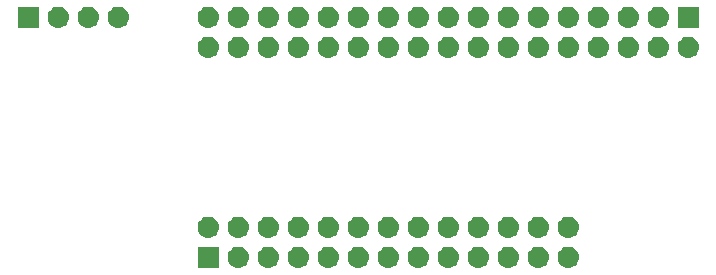
<source format=gbr>
G04 #@! TF.GenerationSoftware,KiCad,Pcbnew,(5.1.2)-2*
G04 #@! TF.CreationDate,2020-12-12T08:56:43+00:00*
G04 #@! TF.ProjectId,Amiga 34-pin to Citizen Slim 26-pin Adapter (Design B),416d6967-6120-4333-942d-70696e20746f,rev?*
G04 #@! TF.SameCoordinates,Original*
G04 #@! TF.FileFunction,Soldermask,Bot*
G04 #@! TF.FilePolarity,Negative*
%FSLAX46Y46*%
G04 Gerber Fmt 4.6, Leading zero omitted, Abs format (unit mm)*
G04 Created by KiCad (PCBNEW (5.1.2)-2) date 2020-12-12 08:56:43*
%MOMM*%
%LPD*%
G04 APERTURE LIST*
%ADD10C,0.100000*%
G04 APERTURE END LIST*
D10*
G36*
X117741000Y-113931000D02*
G01*
X115939000Y-113931000D01*
X115939000Y-112129000D01*
X117741000Y-112129000D01*
X117741000Y-113931000D01*
X117741000Y-113931000D01*
G37*
G36*
X144890443Y-112135519D02*
G01*
X144956627Y-112142037D01*
X145126466Y-112193557D01*
X145282991Y-112277222D01*
X145318729Y-112306552D01*
X145420186Y-112389814D01*
X145503448Y-112491271D01*
X145532778Y-112527009D01*
X145616443Y-112683534D01*
X145667963Y-112853373D01*
X145685359Y-113030000D01*
X145667963Y-113206627D01*
X145616443Y-113376466D01*
X145532778Y-113532991D01*
X145503448Y-113568729D01*
X145420186Y-113670186D01*
X145318729Y-113753448D01*
X145282991Y-113782778D01*
X145126466Y-113866443D01*
X144956627Y-113917963D01*
X144890443Y-113924481D01*
X144824260Y-113931000D01*
X144735740Y-113931000D01*
X144669557Y-113924481D01*
X144603373Y-113917963D01*
X144433534Y-113866443D01*
X144277009Y-113782778D01*
X144241271Y-113753448D01*
X144139814Y-113670186D01*
X144056552Y-113568729D01*
X144027222Y-113532991D01*
X143943557Y-113376466D01*
X143892037Y-113206627D01*
X143874641Y-113030000D01*
X143892037Y-112853373D01*
X143943557Y-112683534D01*
X144027222Y-112527009D01*
X144056552Y-112491271D01*
X144139814Y-112389814D01*
X144241271Y-112306552D01*
X144277009Y-112277222D01*
X144433534Y-112193557D01*
X144603373Y-112142037D01*
X144669557Y-112135519D01*
X144735740Y-112129000D01*
X144824260Y-112129000D01*
X144890443Y-112135519D01*
X144890443Y-112135519D01*
G37*
G36*
X147430443Y-112135519D02*
G01*
X147496627Y-112142037D01*
X147666466Y-112193557D01*
X147822991Y-112277222D01*
X147858729Y-112306552D01*
X147960186Y-112389814D01*
X148043448Y-112491271D01*
X148072778Y-112527009D01*
X148156443Y-112683534D01*
X148207963Y-112853373D01*
X148225359Y-113030000D01*
X148207963Y-113206627D01*
X148156443Y-113376466D01*
X148072778Y-113532991D01*
X148043448Y-113568729D01*
X147960186Y-113670186D01*
X147858729Y-113753448D01*
X147822991Y-113782778D01*
X147666466Y-113866443D01*
X147496627Y-113917963D01*
X147430443Y-113924481D01*
X147364260Y-113931000D01*
X147275740Y-113931000D01*
X147209557Y-113924481D01*
X147143373Y-113917963D01*
X146973534Y-113866443D01*
X146817009Y-113782778D01*
X146781271Y-113753448D01*
X146679814Y-113670186D01*
X146596552Y-113568729D01*
X146567222Y-113532991D01*
X146483557Y-113376466D01*
X146432037Y-113206627D01*
X146414641Y-113030000D01*
X146432037Y-112853373D01*
X146483557Y-112683534D01*
X146567222Y-112527009D01*
X146596552Y-112491271D01*
X146679814Y-112389814D01*
X146781271Y-112306552D01*
X146817009Y-112277222D01*
X146973534Y-112193557D01*
X147143373Y-112142037D01*
X147209557Y-112135519D01*
X147275740Y-112129000D01*
X147364260Y-112129000D01*
X147430443Y-112135519D01*
X147430443Y-112135519D01*
G37*
G36*
X142350443Y-112135519D02*
G01*
X142416627Y-112142037D01*
X142586466Y-112193557D01*
X142742991Y-112277222D01*
X142778729Y-112306552D01*
X142880186Y-112389814D01*
X142963448Y-112491271D01*
X142992778Y-112527009D01*
X143076443Y-112683534D01*
X143127963Y-112853373D01*
X143145359Y-113030000D01*
X143127963Y-113206627D01*
X143076443Y-113376466D01*
X142992778Y-113532991D01*
X142963448Y-113568729D01*
X142880186Y-113670186D01*
X142778729Y-113753448D01*
X142742991Y-113782778D01*
X142586466Y-113866443D01*
X142416627Y-113917963D01*
X142350443Y-113924481D01*
X142284260Y-113931000D01*
X142195740Y-113931000D01*
X142129557Y-113924481D01*
X142063373Y-113917963D01*
X141893534Y-113866443D01*
X141737009Y-113782778D01*
X141701271Y-113753448D01*
X141599814Y-113670186D01*
X141516552Y-113568729D01*
X141487222Y-113532991D01*
X141403557Y-113376466D01*
X141352037Y-113206627D01*
X141334641Y-113030000D01*
X141352037Y-112853373D01*
X141403557Y-112683534D01*
X141487222Y-112527009D01*
X141516552Y-112491271D01*
X141599814Y-112389814D01*
X141701271Y-112306552D01*
X141737009Y-112277222D01*
X141893534Y-112193557D01*
X142063373Y-112142037D01*
X142129557Y-112135519D01*
X142195740Y-112129000D01*
X142284260Y-112129000D01*
X142350443Y-112135519D01*
X142350443Y-112135519D01*
G37*
G36*
X139810443Y-112135519D02*
G01*
X139876627Y-112142037D01*
X140046466Y-112193557D01*
X140202991Y-112277222D01*
X140238729Y-112306552D01*
X140340186Y-112389814D01*
X140423448Y-112491271D01*
X140452778Y-112527009D01*
X140536443Y-112683534D01*
X140587963Y-112853373D01*
X140605359Y-113030000D01*
X140587963Y-113206627D01*
X140536443Y-113376466D01*
X140452778Y-113532991D01*
X140423448Y-113568729D01*
X140340186Y-113670186D01*
X140238729Y-113753448D01*
X140202991Y-113782778D01*
X140046466Y-113866443D01*
X139876627Y-113917963D01*
X139810443Y-113924481D01*
X139744260Y-113931000D01*
X139655740Y-113931000D01*
X139589557Y-113924481D01*
X139523373Y-113917963D01*
X139353534Y-113866443D01*
X139197009Y-113782778D01*
X139161271Y-113753448D01*
X139059814Y-113670186D01*
X138976552Y-113568729D01*
X138947222Y-113532991D01*
X138863557Y-113376466D01*
X138812037Y-113206627D01*
X138794641Y-113030000D01*
X138812037Y-112853373D01*
X138863557Y-112683534D01*
X138947222Y-112527009D01*
X138976552Y-112491271D01*
X139059814Y-112389814D01*
X139161271Y-112306552D01*
X139197009Y-112277222D01*
X139353534Y-112193557D01*
X139523373Y-112142037D01*
X139589557Y-112135519D01*
X139655740Y-112129000D01*
X139744260Y-112129000D01*
X139810443Y-112135519D01*
X139810443Y-112135519D01*
G37*
G36*
X137270443Y-112135519D02*
G01*
X137336627Y-112142037D01*
X137506466Y-112193557D01*
X137662991Y-112277222D01*
X137698729Y-112306552D01*
X137800186Y-112389814D01*
X137883448Y-112491271D01*
X137912778Y-112527009D01*
X137996443Y-112683534D01*
X138047963Y-112853373D01*
X138065359Y-113030000D01*
X138047963Y-113206627D01*
X137996443Y-113376466D01*
X137912778Y-113532991D01*
X137883448Y-113568729D01*
X137800186Y-113670186D01*
X137698729Y-113753448D01*
X137662991Y-113782778D01*
X137506466Y-113866443D01*
X137336627Y-113917963D01*
X137270443Y-113924481D01*
X137204260Y-113931000D01*
X137115740Y-113931000D01*
X137049557Y-113924481D01*
X136983373Y-113917963D01*
X136813534Y-113866443D01*
X136657009Y-113782778D01*
X136621271Y-113753448D01*
X136519814Y-113670186D01*
X136436552Y-113568729D01*
X136407222Y-113532991D01*
X136323557Y-113376466D01*
X136272037Y-113206627D01*
X136254641Y-113030000D01*
X136272037Y-112853373D01*
X136323557Y-112683534D01*
X136407222Y-112527009D01*
X136436552Y-112491271D01*
X136519814Y-112389814D01*
X136621271Y-112306552D01*
X136657009Y-112277222D01*
X136813534Y-112193557D01*
X136983373Y-112142037D01*
X137049557Y-112135519D01*
X137115740Y-112129000D01*
X137204260Y-112129000D01*
X137270443Y-112135519D01*
X137270443Y-112135519D01*
G37*
G36*
X134730443Y-112135519D02*
G01*
X134796627Y-112142037D01*
X134966466Y-112193557D01*
X135122991Y-112277222D01*
X135158729Y-112306552D01*
X135260186Y-112389814D01*
X135343448Y-112491271D01*
X135372778Y-112527009D01*
X135456443Y-112683534D01*
X135507963Y-112853373D01*
X135525359Y-113030000D01*
X135507963Y-113206627D01*
X135456443Y-113376466D01*
X135372778Y-113532991D01*
X135343448Y-113568729D01*
X135260186Y-113670186D01*
X135158729Y-113753448D01*
X135122991Y-113782778D01*
X134966466Y-113866443D01*
X134796627Y-113917963D01*
X134730443Y-113924481D01*
X134664260Y-113931000D01*
X134575740Y-113931000D01*
X134509557Y-113924481D01*
X134443373Y-113917963D01*
X134273534Y-113866443D01*
X134117009Y-113782778D01*
X134081271Y-113753448D01*
X133979814Y-113670186D01*
X133896552Y-113568729D01*
X133867222Y-113532991D01*
X133783557Y-113376466D01*
X133732037Y-113206627D01*
X133714641Y-113030000D01*
X133732037Y-112853373D01*
X133783557Y-112683534D01*
X133867222Y-112527009D01*
X133896552Y-112491271D01*
X133979814Y-112389814D01*
X134081271Y-112306552D01*
X134117009Y-112277222D01*
X134273534Y-112193557D01*
X134443373Y-112142037D01*
X134509557Y-112135519D01*
X134575740Y-112129000D01*
X134664260Y-112129000D01*
X134730443Y-112135519D01*
X134730443Y-112135519D01*
G37*
G36*
X132190443Y-112135519D02*
G01*
X132256627Y-112142037D01*
X132426466Y-112193557D01*
X132582991Y-112277222D01*
X132618729Y-112306552D01*
X132720186Y-112389814D01*
X132803448Y-112491271D01*
X132832778Y-112527009D01*
X132916443Y-112683534D01*
X132967963Y-112853373D01*
X132985359Y-113030000D01*
X132967963Y-113206627D01*
X132916443Y-113376466D01*
X132832778Y-113532991D01*
X132803448Y-113568729D01*
X132720186Y-113670186D01*
X132618729Y-113753448D01*
X132582991Y-113782778D01*
X132426466Y-113866443D01*
X132256627Y-113917963D01*
X132190443Y-113924481D01*
X132124260Y-113931000D01*
X132035740Y-113931000D01*
X131969557Y-113924481D01*
X131903373Y-113917963D01*
X131733534Y-113866443D01*
X131577009Y-113782778D01*
X131541271Y-113753448D01*
X131439814Y-113670186D01*
X131356552Y-113568729D01*
X131327222Y-113532991D01*
X131243557Y-113376466D01*
X131192037Y-113206627D01*
X131174641Y-113030000D01*
X131192037Y-112853373D01*
X131243557Y-112683534D01*
X131327222Y-112527009D01*
X131356552Y-112491271D01*
X131439814Y-112389814D01*
X131541271Y-112306552D01*
X131577009Y-112277222D01*
X131733534Y-112193557D01*
X131903373Y-112142037D01*
X131969557Y-112135519D01*
X132035740Y-112129000D01*
X132124260Y-112129000D01*
X132190443Y-112135519D01*
X132190443Y-112135519D01*
G37*
G36*
X129650443Y-112135519D02*
G01*
X129716627Y-112142037D01*
X129886466Y-112193557D01*
X130042991Y-112277222D01*
X130078729Y-112306552D01*
X130180186Y-112389814D01*
X130263448Y-112491271D01*
X130292778Y-112527009D01*
X130376443Y-112683534D01*
X130427963Y-112853373D01*
X130445359Y-113030000D01*
X130427963Y-113206627D01*
X130376443Y-113376466D01*
X130292778Y-113532991D01*
X130263448Y-113568729D01*
X130180186Y-113670186D01*
X130078729Y-113753448D01*
X130042991Y-113782778D01*
X129886466Y-113866443D01*
X129716627Y-113917963D01*
X129650443Y-113924481D01*
X129584260Y-113931000D01*
X129495740Y-113931000D01*
X129429557Y-113924481D01*
X129363373Y-113917963D01*
X129193534Y-113866443D01*
X129037009Y-113782778D01*
X129001271Y-113753448D01*
X128899814Y-113670186D01*
X128816552Y-113568729D01*
X128787222Y-113532991D01*
X128703557Y-113376466D01*
X128652037Y-113206627D01*
X128634641Y-113030000D01*
X128652037Y-112853373D01*
X128703557Y-112683534D01*
X128787222Y-112527009D01*
X128816552Y-112491271D01*
X128899814Y-112389814D01*
X129001271Y-112306552D01*
X129037009Y-112277222D01*
X129193534Y-112193557D01*
X129363373Y-112142037D01*
X129429557Y-112135519D01*
X129495740Y-112129000D01*
X129584260Y-112129000D01*
X129650443Y-112135519D01*
X129650443Y-112135519D01*
G37*
G36*
X127110443Y-112135519D02*
G01*
X127176627Y-112142037D01*
X127346466Y-112193557D01*
X127502991Y-112277222D01*
X127538729Y-112306552D01*
X127640186Y-112389814D01*
X127723448Y-112491271D01*
X127752778Y-112527009D01*
X127836443Y-112683534D01*
X127887963Y-112853373D01*
X127905359Y-113030000D01*
X127887963Y-113206627D01*
X127836443Y-113376466D01*
X127752778Y-113532991D01*
X127723448Y-113568729D01*
X127640186Y-113670186D01*
X127538729Y-113753448D01*
X127502991Y-113782778D01*
X127346466Y-113866443D01*
X127176627Y-113917963D01*
X127110443Y-113924481D01*
X127044260Y-113931000D01*
X126955740Y-113931000D01*
X126889557Y-113924481D01*
X126823373Y-113917963D01*
X126653534Y-113866443D01*
X126497009Y-113782778D01*
X126461271Y-113753448D01*
X126359814Y-113670186D01*
X126276552Y-113568729D01*
X126247222Y-113532991D01*
X126163557Y-113376466D01*
X126112037Y-113206627D01*
X126094641Y-113030000D01*
X126112037Y-112853373D01*
X126163557Y-112683534D01*
X126247222Y-112527009D01*
X126276552Y-112491271D01*
X126359814Y-112389814D01*
X126461271Y-112306552D01*
X126497009Y-112277222D01*
X126653534Y-112193557D01*
X126823373Y-112142037D01*
X126889557Y-112135519D01*
X126955740Y-112129000D01*
X127044260Y-112129000D01*
X127110443Y-112135519D01*
X127110443Y-112135519D01*
G37*
G36*
X124570443Y-112135519D02*
G01*
X124636627Y-112142037D01*
X124806466Y-112193557D01*
X124962991Y-112277222D01*
X124998729Y-112306552D01*
X125100186Y-112389814D01*
X125183448Y-112491271D01*
X125212778Y-112527009D01*
X125296443Y-112683534D01*
X125347963Y-112853373D01*
X125365359Y-113030000D01*
X125347963Y-113206627D01*
X125296443Y-113376466D01*
X125212778Y-113532991D01*
X125183448Y-113568729D01*
X125100186Y-113670186D01*
X124998729Y-113753448D01*
X124962991Y-113782778D01*
X124806466Y-113866443D01*
X124636627Y-113917963D01*
X124570443Y-113924481D01*
X124504260Y-113931000D01*
X124415740Y-113931000D01*
X124349557Y-113924481D01*
X124283373Y-113917963D01*
X124113534Y-113866443D01*
X123957009Y-113782778D01*
X123921271Y-113753448D01*
X123819814Y-113670186D01*
X123736552Y-113568729D01*
X123707222Y-113532991D01*
X123623557Y-113376466D01*
X123572037Y-113206627D01*
X123554641Y-113030000D01*
X123572037Y-112853373D01*
X123623557Y-112683534D01*
X123707222Y-112527009D01*
X123736552Y-112491271D01*
X123819814Y-112389814D01*
X123921271Y-112306552D01*
X123957009Y-112277222D01*
X124113534Y-112193557D01*
X124283373Y-112142037D01*
X124349557Y-112135519D01*
X124415740Y-112129000D01*
X124504260Y-112129000D01*
X124570443Y-112135519D01*
X124570443Y-112135519D01*
G37*
G36*
X122030443Y-112135519D02*
G01*
X122096627Y-112142037D01*
X122266466Y-112193557D01*
X122422991Y-112277222D01*
X122458729Y-112306552D01*
X122560186Y-112389814D01*
X122643448Y-112491271D01*
X122672778Y-112527009D01*
X122756443Y-112683534D01*
X122807963Y-112853373D01*
X122825359Y-113030000D01*
X122807963Y-113206627D01*
X122756443Y-113376466D01*
X122672778Y-113532991D01*
X122643448Y-113568729D01*
X122560186Y-113670186D01*
X122458729Y-113753448D01*
X122422991Y-113782778D01*
X122266466Y-113866443D01*
X122096627Y-113917963D01*
X122030443Y-113924481D01*
X121964260Y-113931000D01*
X121875740Y-113931000D01*
X121809557Y-113924481D01*
X121743373Y-113917963D01*
X121573534Y-113866443D01*
X121417009Y-113782778D01*
X121381271Y-113753448D01*
X121279814Y-113670186D01*
X121196552Y-113568729D01*
X121167222Y-113532991D01*
X121083557Y-113376466D01*
X121032037Y-113206627D01*
X121014641Y-113030000D01*
X121032037Y-112853373D01*
X121083557Y-112683534D01*
X121167222Y-112527009D01*
X121196552Y-112491271D01*
X121279814Y-112389814D01*
X121381271Y-112306552D01*
X121417009Y-112277222D01*
X121573534Y-112193557D01*
X121743373Y-112142037D01*
X121809557Y-112135519D01*
X121875740Y-112129000D01*
X121964260Y-112129000D01*
X122030443Y-112135519D01*
X122030443Y-112135519D01*
G37*
G36*
X119490443Y-112135519D02*
G01*
X119556627Y-112142037D01*
X119726466Y-112193557D01*
X119882991Y-112277222D01*
X119918729Y-112306552D01*
X120020186Y-112389814D01*
X120103448Y-112491271D01*
X120132778Y-112527009D01*
X120216443Y-112683534D01*
X120267963Y-112853373D01*
X120285359Y-113030000D01*
X120267963Y-113206627D01*
X120216443Y-113376466D01*
X120132778Y-113532991D01*
X120103448Y-113568729D01*
X120020186Y-113670186D01*
X119918729Y-113753448D01*
X119882991Y-113782778D01*
X119726466Y-113866443D01*
X119556627Y-113917963D01*
X119490443Y-113924481D01*
X119424260Y-113931000D01*
X119335740Y-113931000D01*
X119269557Y-113924481D01*
X119203373Y-113917963D01*
X119033534Y-113866443D01*
X118877009Y-113782778D01*
X118841271Y-113753448D01*
X118739814Y-113670186D01*
X118656552Y-113568729D01*
X118627222Y-113532991D01*
X118543557Y-113376466D01*
X118492037Y-113206627D01*
X118474641Y-113030000D01*
X118492037Y-112853373D01*
X118543557Y-112683534D01*
X118627222Y-112527009D01*
X118656552Y-112491271D01*
X118739814Y-112389814D01*
X118841271Y-112306552D01*
X118877009Y-112277222D01*
X119033534Y-112193557D01*
X119203373Y-112142037D01*
X119269557Y-112135519D01*
X119335740Y-112129000D01*
X119424260Y-112129000D01*
X119490443Y-112135519D01*
X119490443Y-112135519D01*
G37*
G36*
X116950442Y-109595518D02*
G01*
X117016627Y-109602037D01*
X117186466Y-109653557D01*
X117342991Y-109737222D01*
X117378729Y-109766552D01*
X117480186Y-109849814D01*
X117563448Y-109951271D01*
X117592778Y-109987009D01*
X117676443Y-110143534D01*
X117727963Y-110313373D01*
X117745359Y-110490000D01*
X117727963Y-110666627D01*
X117676443Y-110836466D01*
X117592778Y-110992991D01*
X117563448Y-111028729D01*
X117480186Y-111130186D01*
X117378729Y-111213448D01*
X117342991Y-111242778D01*
X117186466Y-111326443D01*
X117016627Y-111377963D01*
X116950443Y-111384481D01*
X116884260Y-111391000D01*
X116795740Y-111391000D01*
X116729557Y-111384481D01*
X116663373Y-111377963D01*
X116493534Y-111326443D01*
X116337009Y-111242778D01*
X116301271Y-111213448D01*
X116199814Y-111130186D01*
X116116552Y-111028729D01*
X116087222Y-110992991D01*
X116003557Y-110836466D01*
X115952037Y-110666627D01*
X115934641Y-110490000D01*
X115952037Y-110313373D01*
X116003557Y-110143534D01*
X116087222Y-109987009D01*
X116116552Y-109951271D01*
X116199814Y-109849814D01*
X116301271Y-109766552D01*
X116337009Y-109737222D01*
X116493534Y-109653557D01*
X116663373Y-109602037D01*
X116729558Y-109595518D01*
X116795740Y-109589000D01*
X116884260Y-109589000D01*
X116950442Y-109595518D01*
X116950442Y-109595518D01*
G37*
G36*
X127110442Y-109595518D02*
G01*
X127176627Y-109602037D01*
X127346466Y-109653557D01*
X127502991Y-109737222D01*
X127538729Y-109766552D01*
X127640186Y-109849814D01*
X127723448Y-109951271D01*
X127752778Y-109987009D01*
X127836443Y-110143534D01*
X127887963Y-110313373D01*
X127905359Y-110490000D01*
X127887963Y-110666627D01*
X127836443Y-110836466D01*
X127752778Y-110992991D01*
X127723448Y-111028729D01*
X127640186Y-111130186D01*
X127538729Y-111213448D01*
X127502991Y-111242778D01*
X127346466Y-111326443D01*
X127176627Y-111377963D01*
X127110443Y-111384481D01*
X127044260Y-111391000D01*
X126955740Y-111391000D01*
X126889557Y-111384481D01*
X126823373Y-111377963D01*
X126653534Y-111326443D01*
X126497009Y-111242778D01*
X126461271Y-111213448D01*
X126359814Y-111130186D01*
X126276552Y-111028729D01*
X126247222Y-110992991D01*
X126163557Y-110836466D01*
X126112037Y-110666627D01*
X126094641Y-110490000D01*
X126112037Y-110313373D01*
X126163557Y-110143534D01*
X126247222Y-109987009D01*
X126276552Y-109951271D01*
X126359814Y-109849814D01*
X126461271Y-109766552D01*
X126497009Y-109737222D01*
X126653534Y-109653557D01*
X126823373Y-109602037D01*
X126889558Y-109595518D01*
X126955740Y-109589000D01*
X127044260Y-109589000D01*
X127110442Y-109595518D01*
X127110442Y-109595518D01*
G37*
G36*
X129650442Y-109595518D02*
G01*
X129716627Y-109602037D01*
X129886466Y-109653557D01*
X130042991Y-109737222D01*
X130078729Y-109766552D01*
X130180186Y-109849814D01*
X130263448Y-109951271D01*
X130292778Y-109987009D01*
X130376443Y-110143534D01*
X130427963Y-110313373D01*
X130445359Y-110490000D01*
X130427963Y-110666627D01*
X130376443Y-110836466D01*
X130292778Y-110992991D01*
X130263448Y-111028729D01*
X130180186Y-111130186D01*
X130078729Y-111213448D01*
X130042991Y-111242778D01*
X129886466Y-111326443D01*
X129716627Y-111377963D01*
X129650443Y-111384481D01*
X129584260Y-111391000D01*
X129495740Y-111391000D01*
X129429557Y-111384481D01*
X129363373Y-111377963D01*
X129193534Y-111326443D01*
X129037009Y-111242778D01*
X129001271Y-111213448D01*
X128899814Y-111130186D01*
X128816552Y-111028729D01*
X128787222Y-110992991D01*
X128703557Y-110836466D01*
X128652037Y-110666627D01*
X128634641Y-110490000D01*
X128652037Y-110313373D01*
X128703557Y-110143534D01*
X128787222Y-109987009D01*
X128816552Y-109951271D01*
X128899814Y-109849814D01*
X129001271Y-109766552D01*
X129037009Y-109737222D01*
X129193534Y-109653557D01*
X129363373Y-109602037D01*
X129429558Y-109595518D01*
X129495740Y-109589000D01*
X129584260Y-109589000D01*
X129650442Y-109595518D01*
X129650442Y-109595518D01*
G37*
G36*
X122030442Y-109595518D02*
G01*
X122096627Y-109602037D01*
X122266466Y-109653557D01*
X122422991Y-109737222D01*
X122458729Y-109766552D01*
X122560186Y-109849814D01*
X122643448Y-109951271D01*
X122672778Y-109987009D01*
X122756443Y-110143534D01*
X122807963Y-110313373D01*
X122825359Y-110490000D01*
X122807963Y-110666627D01*
X122756443Y-110836466D01*
X122672778Y-110992991D01*
X122643448Y-111028729D01*
X122560186Y-111130186D01*
X122458729Y-111213448D01*
X122422991Y-111242778D01*
X122266466Y-111326443D01*
X122096627Y-111377963D01*
X122030443Y-111384481D01*
X121964260Y-111391000D01*
X121875740Y-111391000D01*
X121809557Y-111384481D01*
X121743373Y-111377963D01*
X121573534Y-111326443D01*
X121417009Y-111242778D01*
X121381271Y-111213448D01*
X121279814Y-111130186D01*
X121196552Y-111028729D01*
X121167222Y-110992991D01*
X121083557Y-110836466D01*
X121032037Y-110666627D01*
X121014641Y-110490000D01*
X121032037Y-110313373D01*
X121083557Y-110143534D01*
X121167222Y-109987009D01*
X121196552Y-109951271D01*
X121279814Y-109849814D01*
X121381271Y-109766552D01*
X121417009Y-109737222D01*
X121573534Y-109653557D01*
X121743373Y-109602037D01*
X121809558Y-109595518D01*
X121875740Y-109589000D01*
X121964260Y-109589000D01*
X122030442Y-109595518D01*
X122030442Y-109595518D01*
G37*
G36*
X132190442Y-109595518D02*
G01*
X132256627Y-109602037D01*
X132426466Y-109653557D01*
X132582991Y-109737222D01*
X132618729Y-109766552D01*
X132720186Y-109849814D01*
X132803448Y-109951271D01*
X132832778Y-109987009D01*
X132916443Y-110143534D01*
X132967963Y-110313373D01*
X132985359Y-110490000D01*
X132967963Y-110666627D01*
X132916443Y-110836466D01*
X132832778Y-110992991D01*
X132803448Y-111028729D01*
X132720186Y-111130186D01*
X132618729Y-111213448D01*
X132582991Y-111242778D01*
X132426466Y-111326443D01*
X132256627Y-111377963D01*
X132190443Y-111384481D01*
X132124260Y-111391000D01*
X132035740Y-111391000D01*
X131969557Y-111384481D01*
X131903373Y-111377963D01*
X131733534Y-111326443D01*
X131577009Y-111242778D01*
X131541271Y-111213448D01*
X131439814Y-111130186D01*
X131356552Y-111028729D01*
X131327222Y-110992991D01*
X131243557Y-110836466D01*
X131192037Y-110666627D01*
X131174641Y-110490000D01*
X131192037Y-110313373D01*
X131243557Y-110143534D01*
X131327222Y-109987009D01*
X131356552Y-109951271D01*
X131439814Y-109849814D01*
X131541271Y-109766552D01*
X131577009Y-109737222D01*
X131733534Y-109653557D01*
X131903373Y-109602037D01*
X131969558Y-109595518D01*
X132035740Y-109589000D01*
X132124260Y-109589000D01*
X132190442Y-109595518D01*
X132190442Y-109595518D01*
G37*
G36*
X134730442Y-109595518D02*
G01*
X134796627Y-109602037D01*
X134966466Y-109653557D01*
X135122991Y-109737222D01*
X135158729Y-109766552D01*
X135260186Y-109849814D01*
X135343448Y-109951271D01*
X135372778Y-109987009D01*
X135456443Y-110143534D01*
X135507963Y-110313373D01*
X135525359Y-110490000D01*
X135507963Y-110666627D01*
X135456443Y-110836466D01*
X135372778Y-110992991D01*
X135343448Y-111028729D01*
X135260186Y-111130186D01*
X135158729Y-111213448D01*
X135122991Y-111242778D01*
X134966466Y-111326443D01*
X134796627Y-111377963D01*
X134730443Y-111384481D01*
X134664260Y-111391000D01*
X134575740Y-111391000D01*
X134509557Y-111384481D01*
X134443373Y-111377963D01*
X134273534Y-111326443D01*
X134117009Y-111242778D01*
X134081271Y-111213448D01*
X133979814Y-111130186D01*
X133896552Y-111028729D01*
X133867222Y-110992991D01*
X133783557Y-110836466D01*
X133732037Y-110666627D01*
X133714641Y-110490000D01*
X133732037Y-110313373D01*
X133783557Y-110143534D01*
X133867222Y-109987009D01*
X133896552Y-109951271D01*
X133979814Y-109849814D01*
X134081271Y-109766552D01*
X134117009Y-109737222D01*
X134273534Y-109653557D01*
X134443373Y-109602037D01*
X134509558Y-109595518D01*
X134575740Y-109589000D01*
X134664260Y-109589000D01*
X134730442Y-109595518D01*
X134730442Y-109595518D01*
G37*
G36*
X119490442Y-109595518D02*
G01*
X119556627Y-109602037D01*
X119726466Y-109653557D01*
X119882991Y-109737222D01*
X119918729Y-109766552D01*
X120020186Y-109849814D01*
X120103448Y-109951271D01*
X120132778Y-109987009D01*
X120216443Y-110143534D01*
X120267963Y-110313373D01*
X120285359Y-110490000D01*
X120267963Y-110666627D01*
X120216443Y-110836466D01*
X120132778Y-110992991D01*
X120103448Y-111028729D01*
X120020186Y-111130186D01*
X119918729Y-111213448D01*
X119882991Y-111242778D01*
X119726466Y-111326443D01*
X119556627Y-111377963D01*
X119490443Y-111384481D01*
X119424260Y-111391000D01*
X119335740Y-111391000D01*
X119269557Y-111384481D01*
X119203373Y-111377963D01*
X119033534Y-111326443D01*
X118877009Y-111242778D01*
X118841271Y-111213448D01*
X118739814Y-111130186D01*
X118656552Y-111028729D01*
X118627222Y-110992991D01*
X118543557Y-110836466D01*
X118492037Y-110666627D01*
X118474641Y-110490000D01*
X118492037Y-110313373D01*
X118543557Y-110143534D01*
X118627222Y-109987009D01*
X118656552Y-109951271D01*
X118739814Y-109849814D01*
X118841271Y-109766552D01*
X118877009Y-109737222D01*
X119033534Y-109653557D01*
X119203373Y-109602037D01*
X119269558Y-109595518D01*
X119335740Y-109589000D01*
X119424260Y-109589000D01*
X119490442Y-109595518D01*
X119490442Y-109595518D01*
G37*
G36*
X124570442Y-109595518D02*
G01*
X124636627Y-109602037D01*
X124806466Y-109653557D01*
X124962991Y-109737222D01*
X124998729Y-109766552D01*
X125100186Y-109849814D01*
X125183448Y-109951271D01*
X125212778Y-109987009D01*
X125296443Y-110143534D01*
X125347963Y-110313373D01*
X125365359Y-110490000D01*
X125347963Y-110666627D01*
X125296443Y-110836466D01*
X125212778Y-110992991D01*
X125183448Y-111028729D01*
X125100186Y-111130186D01*
X124998729Y-111213448D01*
X124962991Y-111242778D01*
X124806466Y-111326443D01*
X124636627Y-111377963D01*
X124570443Y-111384481D01*
X124504260Y-111391000D01*
X124415740Y-111391000D01*
X124349557Y-111384481D01*
X124283373Y-111377963D01*
X124113534Y-111326443D01*
X123957009Y-111242778D01*
X123921271Y-111213448D01*
X123819814Y-111130186D01*
X123736552Y-111028729D01*
X123707222Y-110992991D01*
X123623557Y-110836466D01*
X123572037Y-110666627D01*
X123554641Y-110490000D01*
X123572037Y-110313373D01*
X123623557Y-110143534D01*
X123707222Y-109987009D01*
X123736552Y-109951271D01*
X123819814Y-109849814D01*
X123921271Y-109766552D01*
X123957009Y-109737222D01*
X124113534Y-109653557D01*
X124283373Y-109602037D01*
X124349558Y-109595518D01*
X124415740Y-109589000D01*
X124504260Y-109589000D01*
X124570442Y-109595518D01*
X124570442Y-109595518D01*
G37*
G36*
X139810442Y-109595518D02*
G01*
X139876627Y-109602037D01*
X140046466Y-109653557D01*
X140202991Y-109737222D01*
X140238729Y-109766552D01*
X140340186Y-109849814D01*
X140423448Y-109951271D01*
X140452778Y-109987009D01*
X140536443Y-110143534D01*
X140587963Y-110313373D01*
X140605359Y-110490000D01*
X140587963Y-110666627D01*
X140536443Y-110836466D01*
X140452778Y-110992991D01*
X140423448Y-111028729D01*
X140340186Y-111130186D01*
X140238729Y-111213448D01*
X140202991Y-111242778D01*
X140046466Y-111326443D01*
X139876627Y-111377963D01*
X139810443Y-111384481D01*
X139744260Y-111391000D01*
X139655740Y-111391000D01*
X139589557Y-111384481D01*
X139523373Y-111377963D01*
X139353534Y-111326443D01*
X139197009Y-111242778D01*
X139161271Y-111213448D01*
X139059814Y-111130186D01*
X138976552Y-111028729D01*
X138947222Y-110992991D01*
X138863557Y-110836466D01*
X138812037Y-110666627D01*
X138794641Y-110490000D01*
X138812037Y-110313373D01*
X138863557Y-110143534D01*
X138947222Y-109987009D01*
X138976552Y-109951271D01*
X139059814Y-109849814D01*
X139161271Y-109766552D01*
X139197009Y-109737222D01*
X139353534Y-109653557D01*
X139523373Y-109602037D01*
X139589558Y-109595518D01*
X139655740Y-109589000D01*
X139744260Y-109589000D01*
X139810442Y-109595518D01*
X139810442Y-109595518D01*
G37*
G36*
X142350442Y-109595518D02*
G01*
X142416627Y-109602037D01*
X142586466Y-109653557D01*
X142742991Y-109737222D01*
X142778729Y-109766552D01*
X142880186Y-109849814D01*
X142963448Y-109951271D01*
X142992778Y-109987009D01*
X143076443Y-110143534D01*
X143127963Y-110313373D01*
X143145359Y-110490000D01*
X143127963Y-110666627D01*
X143076443Y-110836466D01*
X142992778Y-110992991D01*
X142963448Y-111028729D01*
X142880186Y-111130186D01*
X142778729Y-111213448D01*
X142742991Y-111242778D01*
X142586466Y-111326443D01*
X142416627Y-111377963D01*
X142350443Y-111384481D01*
X142284260Y-111391000D01*
X142195740Y-111391000D01*
X142129557Y-111384481D01*
X142063373Y-111377963D01*
X141893534Y-111326443D01*
X141737009Y-111242778D01*
X141701271Y-111213448D01*
X141599814Y-111130186D01*
X141516552Y-111028729D01*
X141487222Y-110992991D01*
X141403557Y-110836466D01*
X141352037Y-110666627D01*
X141334641Y-110490000D01*
X141352037Y-110313373D01*
X141403557Y-110143534D01*
X141487222Y-109987009D01*
X141516552Y-109951271D01*
X141599814Y-109849814D01*
X141701271Y-109766552D01*
X141737009Y-109737222D01*
X141893534Y-109653557D01*
X142063373Y-109602037D01*
X142129558Y-109595518D01*
X142195740Y-109589000D01*
X142284260Y-109589000D01*
X142350442Y-109595518D01*
X142350442Y-109595518D01*
G37*
G36*
X144890442Y-109595518D02*
G01*
X144956627Y-109602037D01*
X145126466Y-109653557D01*
X145282991Y-109737222D01*
X145318729Y-109766552D01*
X145420186Y-109849814D01*
X145503448Y-109951271D01*
X145532778Y-109987009D01*
X145616443Y-110143534D01*
X145667963Y-110313373D01*
X145685359Y-110490000D01*
X145667963Y-110666627D01*
X145616443Y-110836466D01*
X145532778Y-110992991D01*
X145503448Y-111028729D01*
X145420186Y-111130186D01*
X145318729Y-111213448D01*
X145282991Y-111242778D01*
X145126466Y-111326443D01*
X144956627Y-111377963D01*
X144890443Y-111384481D01*
X144824260Y-111391000D01*
X144735740Y-111391000D01*
X144669557Y-111384481D01*
X144603373Y-111377963D01*
X144433534Y-111326443D01*
X144277009Y-111242778D01*
X144241271Y-111213448D01*
X144139814Y-111130186D01*
X144056552Y-111028729D01*
X144027222Y-110992991D01*
X143943557Y-110836466D01*
X143892037Y-110666627D01*
X143874641Y-110490000D01*
X143892037Y-110313373D01*
X143943557Y-110143534D01*
X144027222Y-109987009D01*
X144056552Y-109951271D01*
X144139814Y-109849814D01*
X144241271Y-109766552D01*
X144277009Y-109737222D01*
X144433534Y-109653557D01*
X144603373Y-109602037D01*
X144669558Y-109595518D01*
X144735740Y-109589000D01*
X144824260Y-109589000D01*
X144890442Y-109595518D01*
X144890442Y-109595518D01*
G37*
G36*
X147430442Y-109595518D02*
G01*
X147496627Y-109602037D01*
X147666466Y-109653557D01*
X147822991Y-109737222D01*
X147858729Y-109766552D01*
X147960186Y-109849814D01*
X148043448Y-109951271D01*
X148072778Y-109987009D01*
X148156443Y-110143534D01*
X148207963Y-110313373D01*
X148225359Y-110490000D01*
X148207963Y-110666627D01*
X148156443Y-110836466D01*
X148072778Y-110992991D01*
X148043448Y-111028729D01*
X147960186Y-111130186D01*
X147858729Y-111213448D01*
X147822991Y-111242778D01*
X147666466Y-111326443D01*
X147496627Y-111377963D01*
X147430443Y-111384481D01*
X147364260Y-111391000D01*
X147275740Y-111391000D01*
X147209557Y-111384481D01*
X147143373Y-111377963D01*
X146973534Y-111326443D01*
X146817009Y-111242778D01*
X146781271Y-111213448D01*
X146679814Y-111130186D01*
X146596552Y-111028729D01*
X146567222Y-110992991D01*
X146483557Y-110836466D01*
X146432037Y-110666627D01*
X146414641Y-110490000D01*
X146432037Y-110313373D01*
X146483557Y-110143534D01*
X146567222Y-109987009D01*
X146596552Y-109951271D01*
X146679814Y-109849814D01*
X146781271Y-109766552D01*
X146817009Y-109737222D01*
X146973534Y-109653557D01*
X147143373Y-109602037D01*
X147209558Y-109595518D01*
X147275740Y-109589000D01*
X147364260Y-109589000D01*
X147430442Y-109595518D01*
X147430442Y-109595518D01*
G37*
G36*
X137270442Y-109595518D02*
G01*
X137336627Y-109602037D01*
X137506466Y-109653557D01*
X137662991Y-109737222D01*
X137698729Y-109766552D01*
X137800186Y-109849814D01*
X137883448Y-109951271D01*
X137912778Y-109987009D01*
X137996443Y-110143534D01*
X138047963Y-110313373D01*
X138065359Y-110490000D01*
X138047963Y-110666627D01*
X137996443Y-110836466D01*
X137912778Y-110992991D01*
X137883448Y-111028729D01*
X137800186Y-111130186D01*
X137698729Y-111213448D01*
X137662991Y-111242778D01*
X137506466Y-111326443D01*
X137336627Y-111377963D01*
X137270443Y-111384481D01*
X137204260Y-111391000D01*
X137115740Y-111391000D01*
X137049557Y-111384481D01*
X136983373Y-111377963D01*
X136813534Y-111326443D01*
X136657009Y-111242778D01*
X136621271Y-111213448D01*
X136519814Y-111130186D01*
X136436552Y-111028729D01*
X136407222Y-110992991D01*
X136323557Y-110836466D01*
X136272037Y-110666627D01*
X136254641Y-110490000D01*
X136272037Y-110313373D01*
X136323557Y-110143534D01*
X136407222Y-109987009D01*
X136436552Y-109951271D01*
X136519814Y-109849814D01*
X136621271Y-109766552D01*
X136657009Y-109737222D01*
X136813534Y-109653557D01*
X136983373Y-109602037D01*
X137049558Y-109595518D01*
X137115740Y-109589000D01*
X137204260Y-109589000D01*
X137270442Y-109595518D01*
X137270442Y-109595518D01*
G37*
G36*
X149970442Y-94355518D02*
G01*
X150036627Y-94362037D01*
X150206466Y-94413557D01*
X150362991Y-94497222D01*
X150398729Y-94526552D01*
X150500186Y-94609814D01*
X150583448Y-94711271D01*
X150612778Y-94747009D01*
X150696443Y-94903534D01*
X150747963Y-95073373D01*
X150765359Y-95250000D01*
X150747963Y-95426627D01*
X150696443Y-95596466D01*
X150612778Y-95752991D01*
X150583448Y-95788729D01*
X150500186Y-95890186D01*
X150398729Y-95973448D01*
X150362991Y-96002778D01*
X150206466Y-96086443D01*
X150036627Y-96137963D01*
X149970443Y-96144481D01*
X149904260Y-96151000D01*
X149815740Y-96151000D01*
X149749558Y-96144482D01*
X149683373Y-96137963D01*
X149513534Y-96086443D01*
X149357009Y-96002778D01*
X149321271Y-95973448D01*
X149219814Y-95890186D01*
X149136552Y-95788729D01*
X149107222Y-95752991D01*
X149023557Y-95596466D01*
X148972037Y-95426627D01*
X148954641Y-95250000D01*
X148972037Y-95073373D01*
X149023557Y-94903534D01*
X149107222Y-94747009D01*
X149136552Y-94711271D01*
X149219814Y-94609814D01*
X149321271Y-94526552D01*
X149357009Y-94497222D01*
X149513534Y-94413557D01*
X149683373Y-94362037D01*
X149749557Y-94355519D01*
X149815740Y-94349000D01*
X149904260Y-94349000D01*
X149970442Y-94355518D01*
X149970442Y-94355518D01*
G37*
G36*
X116950442Y-94355518D02*
G01*
X117016627Y-94362037D01*
X117186466Y-94413557D01*
X117342991Y-94497222D01*
X117378729Y-94526552D01*
X117480186Y-94609814D01*
X117563448Y-94711271D01*
X117592778Y-94747009D01*
X117676443Y-94903534D01*
X117727963Y-95073373D01*
X117745359Y-95250000D01*
X117727963Y-95426627D01*
X117676443Y-95596466D01*
X117592778Y-95752991D01*
X117563448Y-95788729D01*
X117480186Y-95890186D01*
X117378729Y-95973448D01*
X117342991Y-96002778D01*
X117186466Y-96086443D01*
X117016627Y-96137963D01*
X116950443Y-96144481D01*
X116884260Y-96151000D01*
X116795740Y-96151000D01*
X116729558Y-96144482D01*
X116663373Y-96137963D01*
X116493534Y-96086443D01*
X116337009Y-96002778D01*
X116301271Y-95973448D01*
X116199814Y-95890186D01*
X116116552Y-95788729D01*
X116087222Y-95752991D01*
X116003557Y-95596466D01*
X115952037Y-95426627D01*
X115934641Y-95250000D01*
X115952037Y-95073373D01*
X116003557Y-94903534D01*
X116087222Y-94747009D01*
X116116552Y-94711271D01*
X116199814Y-94609814D01*
X116301271Y-94526552D01*
X116337009Y-94497222D01*
X116493534Y-94413557D01*
X116663373Y-94362037D01*
X116729557Y-94355519D01*
X116795740Y-94349000D01*
X116884260Y-94349000D01*
X116950442Y-94355518D01*
X116950442Y-94355518D01*
G37*
G36*
X132190442Y-94355518D02*
G01*
X132256627Y-94362037D01*
X132426466Y-94413557D01*
X132582991Y-94497222D01*
X132618729Y-94526552D01*
X132720186Y-94609814D01*
X132803448Y-94711271D01*
X132832778Y-94747009D01*
X132916443Y-94903534D01*
X132967963Y-95073373D01*
X132985359Y-95250000D01*
X132967963Y-95426627D01*
X132916443Y-95596466D01*
X132832778Y-95752991D01*
X132803448Y-95788729D01*
X132720186Y-95890186D01*
X132618729Y-95973448D01*
X132582991Y-96002778D01*
X132426466Y-96086443D01*
X132256627Y-96137963D01*
X132190443Y-96144481D01*
X132124260Y-96151000D01*
X132035740Y-96151000D01*
X131969558Y-96144482D01*
X131903373Y-96137963D01*
X131733534Y-96086443D01*
X131577009Y-96002778D01*
X131541271Y-95973448D01*
X131439814Y-95890186D01*
X131356552Y-95788729D01*
X131327222Y-95752991D01*
X131243557Y-95596466D01*
X131192037Y-95426627D01*
X131174641Y-95250000D01*
X131192037Y-95073373D01*
X131243557Y-94903534D01*
X131327222Y-94747009D01*
X131356552Y-94711271D01*
X131439814Y-94609814D01*
X131541271Y-94526552D01*
X131577009Y-94497222D01*
X131733534Y-94413557D01*
X131903373Y-94362037D01*
X131969557Y-94355519D01*
X132035740Y-94349000D01*
X132124260Y-94349000D01*
X132190442Y-94355518D01*
X132190442Y-94355518D01*
G37*
G36*
X129650442Y-94355518D02*
G01*
X129716627Y-94362037D01*
X129886466Y-94413557D01*
X130042991Y-94497222D01*
X130078729Y-94526552D01*
X130180186Y-94609814D01*
X130263448Y-94711271D01*
X130292778Y-94747009D01*
X130376443Y-94903534D01*
X130427963Y-95073373D01*
X130445359Y-95250000D01*
X130427963Y-95426627D01*
X130376443Y-95596466D01*
X130292778Y-95752991D01*
X130263448Y-95788729D01*
X130180186Y-95890186D01*
X130078729Y-95973448D01*
X130042991Y-96002778D01*
X129886466Y-96086443D01*
X129716627Y-96137963D01*
X129650443Y-96144481D01*
X129584260Y-96151000D01*
X129495740Y-96151000D01*
X129429558Y-96144482D01*
X129363373Y-96137963D01*
X129193534Y-96086443D01*
X129037009Y-96002778D01*
X129001271Y-95973448D01*
X128899814Y-95890186D01*
X128816552Y-95788729D01*
X128787222Y-95752991D01*
X128703557Y-95596466D01*
X128652037Y-95426627D01*
X128634641Y-95250000D01*
X128652037Y-95073373D01*
X128703557Y-94903534D01*
X128787222Y-94747009D01*
X128816552Y-94711271D01*
X128899814Y-94609814D01*
X129001271Y-94526552D01*
X129037009Y-94497222D01*
X129193534Y-94413557D01*
X129363373Y-94362037D01*
X129429557Y-94355519D01*
X129495740Y-94349000D01*
X129584260Y-94349000D01*
X129650442Y-94355518D01*
X129650442Y-94355518D01*
G37*
G36*
X127110442Y-94355518D02*
G01*
X127176627Y-94362037D01*
X127346466Y-94413557D01*
X127502991Y-94497222D01*
X127538729Y-94526552D01*
X127640186Y-94609814D01*
X127723448Y-94711271D01*
X127752778Y-94747009D01*
X127836443Y-94903534D01*
X127887963Y-95073373D01*
X127905359Y-95250000D01*
X127887963Y-95426627D01*
X127836443Y-95596466D01*
X127752778Y-95752991D01*
X127723448Y-95788729D01*
X127640186Y-95890186D01*
X127538729Y-95973448D01*
X127502991Y-96002778D01*
X127346466Y-96086443D01*
X127176627Y-96137963D01*
X127110443Y-96144481D01*
X127044260Y-96151000D01*
X126955740Y-96151000D01*
X126889558Y-96144482D01*
X126823373Y-96137963D01*
X126653534Y-96086443D01*
X126497009Y-96002778D01*
X126461271Y-95973448D01*
X126359814Y-95890186D01*
X126276552Y-95788729D01*
X126247222Y-95752991D01*
X126163557Y-95596466D01*
X126112037Y-95426627D01*
X126094641Y-95250000D01*
X126112037Y-95073373D01*
X126163557Y-94903534D01*
X126247222Y-94747009D01*
X126276552Y-94711271D01*
X126359814Y-94609814D01*
X126461271Y-94526552D01*
X126497009Y-94497222D01*
X126653534Y-94413557D01*
X126823373Y-94362037D01*
X126889557Y-94355519D01*
X126955740Y-94349000D01*
X127044260Y-94349000D01*
X127110442Y-94355518D01*
X127110442Y-94355518D01*
G37*
G36*
X142350442Y-94355518D02*
G01*
X142416627Y-94362037D01*
X142586466Y-94413557D01*
X142742991Y-94497222D01*
X142778729Y-94526552D01*
X142880186Y-94609814D01*
X142963448Y-94711271D01*
X142992778Y-94747009D01*
X143076443Y-94903534D01*
X143127963Y-95073373D01*
X143145359Y-95250000D01*
X143127963Y-95426627D01*
X143076443Y-95596466D01*
X142992778Y-95752991D01*
X142963448Y-95788729D01*
X142880186Y-95890186D01*
X142778729Y-95973448D01*
X142742991Y-96002778D01*
X142586466Y-96086443D01*
X142416627Y-96137963D01*
X142350443Y-96144481D01*
X142284260Y-96151000D01*
X142195740Y-96151000D01*
X142129558Y-96144482D01*
X142063373Y-96137963D01*
X141893534Y-96086443D01*
X141737009Y-96002778D01*
X141701271Y-95973448D01*
X141599814Y-95890186D01*
X141516552Y-95788729D01*
X141487222Y-95752991D01*
X141403557Y-95596466D01*
X141352037Y-95426627D01*
X141334641Y-95250000D01*
X141352037Y-95073373D01*
X141403557Y-94903534D01*
X141487222Y-94747009D01*
X141516552Y-94711271D01*
X141599814Y-94609814D01*
X141701271Y-94526552D01*
X141737009Y-94497222D01*
X141893534Y-94413557D01*
X142063373Y-94362037D01*
X142129557Y-94355519D01*
X142195740Y-94349000D01*
X142284260Y-94349000D01*
X142350442Y-94355518D01*
X142350442Y-94355518D01*
G37*
G36*
X137270442Y-94355518D02*
G01*
X137336627Y-94362037D01*
X137506466Y-94413557D01*
X137662991Y-94497222D01*
X137698729Y-94526552D01*
X137800186Y-94609814D01*
X137883448Y-94711271D01*
X137912778Y-94747009D01*
X137996443Y-94903534D01*
X138047963Y-95073373D01*
X138065359Y-95250000D01*
X138047963Y-95426627D01*
X137996443Y-95596466D01*
X137912778Y-95752991D01*
X137883448Y-95788729D01*
X137800186Y-95890186D01*
X137698729Y-95973448D01*
X137662991Y-96002778D01*
X137506466Y-96086443D01*
X137336627Y-96137963D01*
X137270443Y-96144481D01*
X137204260Y-96151000D01*
X137115740Y-96151000D01*
X137049558Y-96144482D01*
X136983373Y-96137963D01*
X136813534Y-96086443D01*
X136657009Y-96002778D01*
X136621271Y-95973448D01*
X136519814Y-95890186D01*
X136436552Y-95788729D01*
X136407222Y-95752991D01*
X136323557Y-95596466D01*
X136272037Y-95426627D01*
X136254641Y-95250000D01*
X136272037Y-95073373D01*
X136323557Y-94903534D01*
X136407222Y-94747009D01*
X136436552Y-94711271D01*
X136519814Y-94609814D01*
X136621271Y-94526552D01*
X136657009Y-94497222D01*
X136813534Y-94413557D01*
X136983373Y-94362037D01*
X137049557Y-94355519D01*
X137115740Y-94349000D01*
X137204260Y-94349000D01*
X137270442Y-94355518D01*
X137270442Y-94355518D01*
G37*
G36*
X139810442Y-94355518D02*
G01*
X139876627Y-94362037D01*
X140046466Y-94413557D01*
X140202991Y-94497222D01*
X140238729Y-94526552D01*
X140340186Y-94609814D01*
X140423448Y-94711271D01*
X140452778Y-94747009D01*
X140536443Y-94903534D01*
X140587963Y-95073373D01*
X140605359Y-95250000D01*
X140587963Y-95426627D01*
X140536443Y-95596466D01*
X140452778Y-95752991D01*
X140423448Y-95788729D01*
X140340186Y-95890186D01*
X140238729Y-95973448D01*
X140202991Y-96002778D01*
X140046466Y-96086443D01*
X139876627Y-96137963D01*
X139810443Y-96144481D01*
X139744260Y-96151000D01*
X139655740Y-96151000D01*
X139589558Y-96144482D01*
X139523373Y-96137963D01*
X139353534Y-96086443D01*
X139197009Y-96002778D01*
X139161271Y-95973448D01*
X139059814Y-95890186D01*
X138976552Y-95788729D01*
X138947222Y-95752991D01*
X138863557Y-95596466D01*
X138812037Y-95426627D01*
X138794641Y-95250000D01*
X138812037Y-95073373D01*
X138863557Y-94903534D01*
X138947222Y-94747009D01*
X138976552Y-94711271D01*
X139059814Y-94609814D01*
X139161271Y-94526552D01*
X139197009Y-94497222D01*
X139353534Y-94413557D01*
X139523373Y-94362037D01*
X139589557Y-94355519D01*
X139655740Y-94349000D01*
X139744260Y-94349000D01*
X139810442Y-94355518D01*
X139810442Y-94355518D01*
G37*
G36*
X119490442Y-94355518D02*
G01*
X119556627Y-94362037D01*
X119726466Y-94413557D01*
X119882991Y-94497222D01*
X119918729Y-94526552D01*
X120020186Y-94609814D01*
X120103448Y-94711271D01*
X120132778Y-94747009D01*
X120216443Y-94903534D01*
X120267963Y-95073373D01*
X120285359Y-95250000D01*
X120267963Y-95426627D01*
X120216443Y-95596466D01*
X120132778Y-95752991D01*
X120103448Y-95788729D01*
X120020186Y-95890186D01*
X119918729Y-95973448D01*
X119882991Y-96002778D01*
X119726466Y-96086443D01*
X119556627Y-96137963D01*
X119490443Y-96144481D01*
X119424260Y-96151000D01*
X119335740Y-96151000D01*
X119269558Y-96144482D01*
X119203373Y-96137963D01*
X119033534Y-96086443D01*
X118877009Y-96002778D01*
X118841271Y-95973448D01*
X118739814Y-95890186D01*
X118656552Y-95788729D01*
X118627222Y-95752991D01*
X118543557Y-95596466D01*
X118492037Y-95426627D01*
X118474641Y-95250000D01*
X118492037Y-95073373D01*
X118543557Y-94903534D01*
X118627222Y-94747009D01*
X118656552Y-94711271D01*
X118739814Y-94609814D01*
X118841271Y-94526552D01*
X118877009Y-94497222D01*
X119033534Y-94413557D01*
X119203373Y-94362037D01*
X119269557Y-94355519D01*
X119335740Y-94349000D01*
X119424260Y-94349000D01*
X119490442Y-94355518D01*
X119490442Y-94355518D01*
G37*
G36*
X147430442Y-94355518D02*
G01*
X147496627Y-94362037D01*
X147666466Y-94413557D01*
X147822991Y-94497222D01*
X147858729Y-94526552D01*
X147960186Y-94609814D01*
X148043448Y-94711271D01*
X148072778Y-94747009D01*
X148156443Y-94903534D01*
X148207963Y-95073373D01*
X148225359Y-95250000D01*
X148207963Y-95426627D01*
X148156443Y-95596466D01*
X148072778Y-95752991D01*
X148043448Y-95788729D01*
X147960186Y-95890186D01*
X147858729Y-95973448D01*
X147822991Y-96002778D01*
X147666466Y-96086443D01*
X147496627Y-96137963D01*
X147430443Y-96144481D01*
X147364260Y-96151000D01*
X147275740Y-96151000D01*
X147209558Y-96144482D01*
X147143373Y-96137963D01*
X146973534Y-96086443D01*
X146817009Y-96002778D01*
X146781271Y-95973448D01*
X146679814Y-95890186D01*
X146596552Y-95788729D01*
X146567222Y-95752991D01*
X146483557Y-95596466D01*
X146432037Y-95426627D01*
X146414641Y-95250000D01*
X146432037Y-95073373D01*
X146483557Y-94903534D01*
X146567222Y-94747009D01*
X146596552Y-94711271D01*
X146679814Y-94609814D01*
X146781271Y-94526552D01*
X146817009Y-94497222D01*
X146973534Y-94413557D01*
X147143373Y-94362037D01*
X147209557Y-94355519D01*
X147275740Y-94349000D01*
X147364260Y-94349000D01*
X147430442Y-94355518D01*
X147430442Y-94355518D01*
G37*
G36*
X152510442Y-94355518D02*
G01*
X152576627Y-94362037D01*
X152746466Y-94413557D01*
X152902991Y-94497222D01*
X152938729Y-94526552D01*
X153040186Y-94609814D01*
X153123448Y-94711271D01*
X153152778Y-94747009D01*
X153236443Y-94903534D01*
X153287963Y-95073373D01*
X153305359Y-95250000D01*
X153287963Y-95426627D01*
X153236443Y-95596466D01*
X153152778Y-95752991D01*
X153123448Y-95788729D01*
X153040186Y-95890186D01*
X152938729Y-95973448D01*
X152902991Y-96002778D01*
X152746466Y-96086443D01*
X152576627Y-96137963D01*
X152510443Y-96144481D01*
X152444260Y-96151000D01*
X152355740Y-96151000D01*
X152289558Y-96144482D01*
X152223373Y-96137963D01*
X152053534Y-96086443D01*
X151897009Y-96002778D01*
X151861271Y-95973448D01*
X151759814Y-95890186D01*
X151676552Y-95788729D01*
X151647222Y-95752991D01*
X151563557Y-95596466D01*
X151512037Y-95426627D01*
X151494641Y-95250000D01*
X151512037Y-95073373D01*
X151563557Y-94903534D01*
X151647222Y-94747009D01*
X151676552Y-94711271D01*
X151759814Y-94609814D01*
X151861271Y-94526552D01*
X151897009Y-94497222D01*
X152053534Y-94413557D01*
X152223373Y-94362037D01*
X152289557Y-94355519D01*
X152355740Y-94349000D01*
X152444260Y-94349000D01*
X152510442Y-94355518D01*
X152510442Y-94355518D01*
G37*
G36*
X155050442Y-94355518D02*
G01*
X155116627Y-94362037D01*
X155286466Y-94413557D01*
X155442991Y-94497222D01*
X155478729Y-94526552D01*
X155580186Y-94609814D01*
X155663448Y-94711271D01*
X155692778Y-94747009D01*
X155776443Y-94903534D01*
X155827963Y-95073373D01*
X155845359Y-95250000D01*
X155827963Y-95426627D01*
X155776443Y-95596466D01*
X155692778Y-95752991D01*
X155663448Y-95788729D01*
X155580186Y-95890186D01*
X155478729Y-95973448D01*
X155442991Y-96002778D01*
X155286466Y-96086443D01*
X155116627Y-96137963D01*
X155050443Y-96144481D01*
X154984260Y-96151000D01*
X154895740Y-96151000D01*
X154829558Y-96144482D01*
X154763373Y-96137963D01*
X154593534Y-96086443D01*
X154437009Y-96002778D01*
X154401271Y-95973448D01*
X154299814Y-95890186D01*
X154216552Y-95788729D01*
X154187222Y-95752991D01*
X154103557Y-95596466D01*
X154052037Y-95426627D01*
X154034641Y-95250000D01*
X154052037Y-95073373D01*
X154103557Y-94903534D01*
X154187222Y-94747009D01*
X154216552Y-94711271D01*
X154299814Y-94609814D01*
X154401271Y-94526552D01*
X154437009Y-94497222D01*
X154593534Y-94413557D01*
X154763373Y-94362037D01*
X154829557Y-94355519D01*
X154895740Y-94349000D01*
X154984260Y-94349000D01*
X155050442Y-94355518D01*
X155050442Y-94355518D01*
G37*
G36*
X157590442Y-94355518D02*
G01*
X157656627Y-94362037D01*
X157826466Y-94413557D01*
X157982991Y-94497222D01*
X158018729Y-94526552D01*
X158120186Y-94609814D01*
X158203448Y-94711271D01*
X158232778Y-94747009D01*
X158316443Y-94903534D01*
X158367963Y-95073373D01*
X158385359Y-95250000D01*
X158367963Y-95426627D01*
X158316443Y-95596466D01*
X158232778Y-95752991D01*
X158203448Y-95788729D01*
X158120186Y-95890186D01*
X158018729Y-95973448D01*
X157982991Y-96002778D01*
X157826466Y-96086443D01*
X157656627Y-96137963D01*
X157590443Y-96144481D01*
X157524260Y-96151000D01*
X157435740Y-96151000D01*
X157369558Y-96144482D01*
X157303373Y-96137963D01*
X157133534Y-96086443D01*
X156977009Y-96002778D01*
X156941271Y-95973448D01*
X156839814Y-95890186D01*
X156756552Y-95788729D01*
X156727222Y-95752991D01*
X156643557Y-95596466D01*
X156592037Y-95426627D01*
X156574641Y-95250000D01*
X156592037Y-95073373D01*
X156643557Y-94903534D01*
X156727222Y-94747009D01*
X156756552Y-94711271D01*
X156839814Y-94609814D01*
X156941271Y-94526552D01*
X156977009Y-94497222D01*
X157133534Y-94413557D01*
X157303373Y-94362037D01*
X157369557Y-94355519D01*
X157435740Y-94349000D01*
X157524260Y-94349000D01*
X157590442Y-94355518D01*
X157590442Y-94355518D01*
G37*
G36*
X122030442Y-94355518D02*
G01*
X122096627Y-94362037D01*
X122266466Y-94413557D01*
X122422991Y-94497222D01*
X122458729Y-94526552D01*
X122560186Y-94609814D01*
X122643448Y-94711271D01*
X122672778Y-94747009D01*
X122756443Y-94903534D01*
X122807963Y-95073373D01*
X122825359Y-95250000D01*
X122807963Y-95426627D01*
X122756443Y-95596466D01*
X122672778Y-95752991D01*
X122643448Y-95788729D01*
X122560186Y-95890186D01*
X122458729Y-95973448D01*
X122422991Y-96002778D01*
X122266466Y-96086443D01*
X122096627Y-96137963D01*
X122030443Y-96144481D01*
X121964260Y-96151000D01*
X121875740Y-96151000D01*
X121809558Y-96144482D01*
X121743373Y-96137963D01*
X121573534Y-96086443D01*
X121417009Y-96002778D01*
X121381271Y-95973448D01*
X121279814Y-95890186D01*
X121196552Y-95788729D01*
X121167222Y-95752991D01*
X121083557Y-95596466D01*
X121032037Y-95426627D01*
X121014641Y-95250000D01*
X121032037Y-95073373D01*
X121083557Y-94903534D01*
X121167222Y-94747009D01*
X121196552Y-94711271D01*
X121279814Y-94609814D01*
X121381271Y-94526552D01*
X121417009Y-94497222D01*
X121573534Y-94413557D01*
X121743373Y-94362037D01*
X121809557Y-94355519D01*
X121875740Y-94349000D01*
X121964260Y-94349000D01*
X122030442Y-94355518D01*
X122030442Y-94355518D01*
G37*
G36*
X134730442Y-94355518D02*
G01*
X134796627Y-94362037D01*
X134966466Y-94413557D01*
X135122991Y-94497222D01*
X135158729Y-94526552D01*
X135260186Y-94609814D01*
X135343448Y-94711271D01*
X135372778Y-94747009D01*
X135456443Y-94903534D01*
X135507963Y-95073373D01*
X135525359Y-95250000D01*
X135507963Y-95426627D01*
X135456443Y-95596466D01*
X135372778Y-95752991D01*
X135343448Y-95788729D01*
X135260186Y-95890186D01*
X135158729Y-95973448D01*
X135122991Y-96002778D01*
X134966466Y-96086443D01*
X134796627Y-96137963D01*
X134730443Y-96144481D01*
X134664260Y-96151000D01*
X134575740Y-96151000D01*
X134509558Y-96144482D01*
X134443373Y-96137963D01*
X134273534Y-96086443D01*
X134117009Y-96002778D01*
X134081271Y-95973448D01*
X133979814Y-95890186D01*
X133896552Y-95788729D01*
X133867222Y-95752991D01*
X133783557Y-95596466D01*
X133732037Y-95426627D01*
X133714641Y-95250000D01*
X133732037Y-95073373D01*
X133783557Y-94903534D01*
X133867222Y-94747009D01*
X133896552Y-94711271D01*
X133979814Y-94609814D01*
X134081271Y-94526552D01*
X134117009Y-94497222D01*
X134273534Y-94413557D01*
X134443373Y-94362037D01*
X134509557Y-94355519D01*
X134575740Y-94349000D01*
X134664260Y-94349000D01*
X134730442Y-94355518D01*
X134730442Y-94355518D01*
G37*
G36*
X124570442Y-94355518D02*
G01*
X124636627Y-94362037D01*
X124806466Y-94413557D01*
X124962991Y-94497222D01*
X124998729Y-94526552D01*
X125100186Y-94609814D01*
X125183448Y-94711271D01*
X125212778Y-94747009D01*
X125296443Y-94903534D01*
X125347963Y-95073373D01*
X125365359Y-95250000D01*
X125347963Y-95426627D01*
X125296443Y-95596466D01*
X125212778Y-95752991D01*
X125183448Y-95788729D01*
X125100186Y-95890186D01*
X124998729Y-95973448D01*
X124962991Y-96002778D01*
X124806466Y-96086443D01*
X124636627Y-96137963D01*
X124570443Y-96144481D01*
X124504260Y-96151000D01*
X124415740Y-96151000D01*
X124349558Y-96144482D01*
X124283373Y-96137963D01*
X124113534Y-96086443D01*
X123957009Y-96002778D01*
X123921271Y-95973448D01*
X123819814Y-95890186D01*
X123736552Y-95788729D01*
X123707222Y-95752991D01*
X123623557Y-95596466D01*
X123572037Y-95426627D01*
X123554641Y-95250000D01*
X123572037Y-95073373D01*
X123623557Y-94903534D01*
X123707222Y-94747009D01*
X123736552Y-94711271D01*
X123819814Y-94609814D01*
X123921271Y-94526552D01*
X123957009Y-94497222D01*
X124113534Y-94413557D01*
X124283373Y-94362037D01*
X124349557Y-94355519D01*
X124415740Y-94349000D01*
X124504260Y-94349000D01*
X124570442Y-94355518D01*
X124570442Y-94355518D01*
G37*
G36*
X144890442Y-94355518D02*
G01*
X144956627Y-94362037D01*
X145126466Y-94413557D01*
X145282991Y-94497222D01*
X145318729Y-94526552D01*
X145420186Y-94609814D01*
X145503448Y-94711271D01*
X145532778Y-94747009D01*
X145616443Y-94903534D01*
X145667963Y-95073373D01*
X145685359Y-95250000D01*
X145667963Y-95426627D01*
X145616443Y-95596466D01*
X145532778Y-95752991D01*
X145503448Y-95788729D01*
X145420186Y-95890186D01*
X145318729Y-95973448D01*
X145282991Y-96002778D01*
X145126466Y-96086443D01*
X144956627Y-96137963D01*
X144890443Y-96144481D01*
X144824260Y-96151000D01*
X144735740Y-96151000D01*
X144669558Y-96144482D01*
X144603373Y-96137963D01*
X144433534Y-96086443D01*
X144277009Y-96002778D01*
X144241271Y-95973448D01*
X144139814Y-95890186D01*
X144056552Y-95788729D01*
X144027222Y-95752991D01*
X143943557Y-95596466D01*
X143892037Y-95426627D01*
X143874641Y-95250000D01*
X143892037Y-95073373D01*
X143943557Y-94903534D01*
X144027222Y-94747009D01*
X144056552Y-94711271D01*
X144139814Y-94609814D01*
X144241271Y-94526552D01*
X144277009Y-94497222D01*
X144433534Y-94413557D01*
X144603373Y-94362037D01*
X144669557Y-94355519D01*
X144735740Y-94349000D01*
X144824260Y-94349000D01*
X144890442Y-94355518D01*
X144890442Y-94355518D01*
G37*
G36*
X137270442Y-91815518D02*
G01*
X137336627Y-91822037D01*
X137506466Y-91873557D01*
X137662991Y-91957222D01*
X137698729Y-91986552D01*
X137800186Y-92069814D01*
X137883448Y-92171271D01*
X137912778Y-92207009D01*
X137996443Y-92363534D01*
X138047963Y-92533373D01*
X138065359Y-92710000D01*
X138047963Y-92886627D01*
X137996443Y-93056466D01*
X137912778Y-93212991D01*
X137883448Y-93248729D01*
X137800186Y-93350186D01*
X137698729Y-93433448D01*
X137662991Y-93462778D01*
X137506466Y-93546443D01*
X137336627Y-93597963D01*
X137270442Y-93604482D01*
X137204260Y-93611000D01*
X137115740Y-93611000D01*
X137049557Y-93604481D01*
X136983373Y-93597963D01*
X136813534Y-93546443D01*
X136657009Y-93462778D01*
X136621271Y-93433448D01*
X136519814Y-93350186D01*
X136436552Y-93248729D01*
X136407222Y-93212991D01*
X136323557Y-93056466D01*
X136272037Y-92886627D01*
X136254641Y-92710000D01*
X136272037Y-92533373D01*
X136323557Y-92363534D01*
X136407222Y-92207009D01*
X136436552Y-92171271D01*
X136519814Y-92069814D01*
X136621271Y-91986552D01*
X136657009Y-91957222D01*
X136813534Y-91873557D01*
X136983373Y-91822037D01*
X137049558Y-91815518D01*
X137115740Y-91809000D01*
X137204260Y-91809000D01*
X137270442Y-91815518D01*
X137270442Y-91815518D01*
G37*
G36*
X104250442Y-91815518D02*
G01*
X104316627Y-91822037D01*
X104486466Y-91873557D01*
X104642991Y-91957222D01*
X104678729Y-91986552D01*
X104780186Y-92069814D01*
X104863448Y-92171271D01*
X104892778Y-92207009D01*
X104976443Y-92363534D01*
X105027963Y-92533373D01*
X105045359Y-92710000D01*
X105027963Y-92886627D01*
X104976443Y-93056466D01*
X104892778Y-93212991D01*
X104863448Y-93248729D01*
X104780186Y-93350186D01*
X104678729Y-93433448D01*
X104642991Y-93462778D01*
X104486466Y-93546443D01*
X104316627Y-93597963D01*
X104250443Y-93604481D01*
X104184260Y-93611000D01*
X104095740Y-93611000D01*
X104029557Y-93604481D01*
X103963373Y-93597963D01*
X103793534Y-93546443D01*
X103637009Y-93462778D01*
X103601271Y-93433448D01*
X103499814Y-93350186D01*
X103416552Y-93248729D01*
X103387222Y-93212991D01*
X103303557Y-93056466D01*
X103252037Y-92886627D01*
X103234641Y-92710000D01*
X103252037Y-92533373D01*
X103303557Y-92363534D01*
X103387222Y-92207009D01*
X103416552Y-92171271D01*
X103499814Y-92069814D01*
X103601271Y-91986552D01*
X103637009Y-91957222D01*
X103793534Y-91873557D01*
X103963373Y-91822037D01*
X104029558Y-91815518D01*
X104095740Y-91809000D01*
X104184260Y-91809000D01*
X104250442Y-91815518D01*
X104250442Y-91815518D01*
G37*
G36*
X139810442Y-91815518D02*
G01*
X139876627Y-91822037D01*
X140046466Y-91873557D01*
X140202991Y-91957222D01*
X140238729Y-91986552D01*
X140340186Y-92069814D01*
X140423448Y-92171271D01*
X140452778Y-92207009D01*
X140536443Y-92363534D01*
X140587963Y-92533373D01*
X140605359Y-92710000D01*
X140587963Y-92886627D01*
X140536443Y-93056466D01*
X140452778Y-93212991D01*
X140423448Y-93248729D01*
X140340186Y-93350186D01*
X140238729Y-93433448D01*
X140202991Y-93462778D01*
X140046466Y-93546443D01*
X139876627Y-93597963D01*
X139810442Y-93604482D01*
X139744260Y-93611000D01*
X139655740Y-93611000D01*
X139589557Y-93604481D01*
X139523373Y-93597963D01*
X139353534Y-93546443D01*
X139197009Y-93462778D01*
X139161271Y-93433448D01*
X139059814Y-93350186D01*
X138976552Y-93248729D01*
X138947222Y-93212991D01*
X138863557Y-93056466D01*
X138812037Y-92886627D01*
X138794641Y-92710000D01*
X138812037Y-92533373D01*
X138863557Y-92363534D01*
X138947222Y-92207009D01*
X138976552Y-92171271D01*
X139059814Y-92069814D01*
X139161271Y-91986552D01*
X139197009Y-91957222D01*
X139353534Y-91873557D01*
X139523373Y-91822037D01*
X139589558Y-91815518D01*
X139655740Y-91809000D01*
X139744260Y-91809000D01*
X139810442Y-91815518D01*
X139810442Y-91815518D01*
G37*
G36*
X142350442Y-91815518D02*
G01*
X142416627Y-91822037D01*
X142586466Y-91873557D01*
X142742991Y-91957222D01*
X142778729Y-91986552D01*
X142880186Y-92069814D01*
X142963448Y-92171271D01*
X142992778Y-92207009D01*
X143076443Y-92363534D01*
X143127963Y-92533373D01*
X143145359Y-92710000D01*
X143127963Y-92886627D01*
X143076443Y-93056466D01*
X142992778Y-93212991D01*
X142963448Y-93248729D01*
X142880186Y-93350186D01*
X142778729Y-93433448D01*
X142742991Y-93462778D01*
X142586466Y-93546443D01*
X142416627Y-93597963D01*
X142350442Y-93604482D01*
X142284260Y-93611000D01*
X142195740Y-93611000D01*
X142129557Y-93604481D01*
X142063373Y-93597963D01*
X141893534Y-93546443D01*
X141737009Y-93462778D01*
X141701271Y-93433448D01*
X141599814Y-93350186D01*
X141516552Y-93248729D01*
X141487222Y-93212991D01*
X141403557Y-93056466D01*
X141352037Y-92886627D01*
X141334641Y-92710000D01*
X141352037Y-92533373D01*
X141403557Y-92363534D01*
X141487222Y-92207009D01*
X141516552Y-92171271D01*
X141599814Y-92069814D01*
X141701271Y-91986552D01*
X141737009Y-91957222D01*
X141893534Y-91873557D01*
X142063373Y-91822037D01*
X142129558Y-91815518D01*
X142195740Y-91809000D01*
X142284260Y-91809000D01*
X142350442Y-91815518D01*
X142350442Y-91815518D01*
G37*
G36*
X144890442Y-91815518D02*
G01*
X144956627Y-91822037D01*
X145126466Y-91873557D01*
X145282991Y-91957222D01*
X145318729Y-91986552D01*
X145420186Y-92069814D01*
X145503448Y-92171271D01*
X145532778Y-92207009D01*
X145616443Y-92363534D01*
X145667963Y-92533373D01*
X145685359Y-92710000D01*
X145667963Y-92886627D01*
X145616443Y-93056466D01*
X145532778Y-93212991D01*
X145503448Y-93248729D01*
X145420186Y-93350186D01*
X145318729Y-93433448D01*
X145282991Y-93462778D01*
X145126466Y-93546443D01*
X144956627Y-93597963D01*
X144890442Y-93604482D01*
X144824260Y-93611000D01*
X144735740Y-93611000D01*
X144669557Y-93604481D01*
X144603373Y-93597963D01*
X144433534Y-93546443D01*
X144277009Y-93462778D01*
X144241271Y-93433448D01*
X144139814Y-93350186D01*
X144056552Y-93248729D01*
X144027222Y-93212991D01*
X143943557Y-93056466D01*
X143892037Y-92886627D01*
X143874641Y-92710000D01*
X143892037Y-92533373D01*
X143943557Y-92363534D01*
X144027222Y-92207009D01*
X144056552Y-92171271D01*
X144139814Y-92069814D01*
X144241271Y-91986552D01*
X144277009Y-91957222D01*
X144433534Y-91873557D01*
X144603373Y-91822037D01*
X144669558Y-91815518D01*
X144735740Y-91809000D01*
X144824260Y-91809000D01*
X144890442Y-91815518D01*
X144890442Y-91815518D01*
G37*
G36*
X147430442Y-91815518D02*
G01*
X147496627Y-91822037D01*
X147666466Y-91873557D01*
X147822991Y-91957222D01*
X147858729Y-91986552D01*
X147960186Y-92069814D01*
X148043448Y-92171271D01*
X148072778Y-92207009D01*
X148156443Y-92363534D01*
X148207963Y-92533373D01*
X148225359Y-92710000D01*
X148207963Y-92886627D01*
X148156443Y-93056466D01*
X148072778Y-93212991D01*
X148043448Y-93248729D01*
X147960186Y-93350186D01*
X147858729Y-93433448D01*
X147822991Y-93462778D01*
X147666466Y-93546443D01*
X147496627Y-93597963D01*
X147430442Y-93604482D01*
X147364260Y-93611000D01*
X147275740Y-93611000D01*
X147209557Y-93604481D01*
X147143373Y-93597963D01*
X146973534Y-93546443D01*
X146817009Y-93462778D01*
X146781271Y-93433448D01*
X146679814Y-93350186D01*
X146596552Y-93248729D01*
X146567222Y-93212991D01*
X146483557Y-93056466D01*
X146432037Y-92886627D01*
X146414641Y-92710000D01*
X146432037Y-92533373D01*
X146483557Y-92363534D01*
X146567222Y-92207009D01*
X146596552Y-92171271D01*
X146679814Y-92069814D01*
X146781271Y-91986552D01*
X146817009Y-91957222D01*
X146973534Y-91873557D01*
X147143373Y-91822037D01*
X147209558Y-91815518D01*
X147275740Y-91809000D01*
X147364260Y-91809000D01*
X147430442Y-91815518D01*
X147430442Y-91815518D01*
G37*
G36*
X149970442Y-91815518D02*
G01*
X150036627Y-91822037D01*
X150206466Y-91873557D01*
X150362991Y-91957222D01*
X150398729Y-91986552D01*
X150500186Y-92069814D01*
X150583448Y-92171271D01*
X150612778Y-92207009D01*
X150696443Y-92363534D01*
X150747963Y-92533373D01*
X150765359Y-92710000D01*
X150747963Y-92886627D01*
X150696443Y-93056466D01*
X150612778Y-93212991D01*
X150583448Y-93248729D01*
X150500186Y-93350186D01*
X150398729Y-93433448D01*
X150362991Y-93462778D01*
X150206466Y-93546443D01*
X150036627Y-93597963D01*
X149970442Y-93604482D01*
X149904260Y-93611000D01*
X149815740Y-93611000D01*
X149749557Y-93604481D01*
X149683373Y-93597963D01*
X149513534Y-93546443D01*
X149357009Y-93462778D01*
X149321271Y-93433448D01*
X149219814Y-93350186D01*
X149136552Y-93248729D01*
X149107222Y-93212991D01*
X149023557Y-93056466D01*
X148972037Y-92886627D01*
X148954641Y-92710000D01*
X148972037Y-92533373D01*
X149023557Y-92363534D01*
X149107222Y-92207009D01*
X149136552Y-92171271D01*
X149219814Y-92069814D01*
X149321271Y-91986552D01*
X149357009Y-91957222D01*
X149513534Y-91873557D01*
X149683373Y-91822037D01*
X149749558Y-91815518D01*
X149815740Y-91809000D01*
X149904260Y-91809000D01*
X149970442Y-91815518D01*
X149970442Y-91815518D01*
G37*
G36*
X152510442Y-91815518D02*
G01*
X152576627Y-91822037D01*
X152746466Y-91873557D01*
X152902991Y-91957222D01*
X152938729Y-91986552D01*
X153040186Y-92069814D01*
X153123448Y-92171271D01*
X153152778Y-92207009D01*
X153236443Y-92363534D01*
X153287963Y-92533373D01*
X153305359Y-92710000D01*
X153287963Y-92886627D01*
X153236443Y-93056466D01*
X153152778Y-93212991D01*
X153123448Y-93248729D01*
X153040186Y-93350186D01*
X152938729Y-93433448D01*
X152902991Y-93462778D01*
X152746466Y-93546443D01*
X152576627Y-93597963D01*
X152510442Y-93604482D01*
X152444260Y-93611000D01*
X152355740Y-93611000D01*
X152289557Y-93604481D01*
X152223373Y-93597963D01*
X152053534Y-93546443D01*
X151897009Y-93462778D01*
X151861271Y-93433448D01*
X151759814Y-93350186D01*
X151676552Y-93248729D01*
X151647222Y-93212991D01*
X151563557Y-93056466D01*
X151512037Y-92886627D01*
X151494641Y-92710000D01*
X151512037Y-92533373D01*
X151563557Y-92363534D01*
X151647222Y-92207009D01*
X151676552Y-92171271D01*
X151759814Y-92069814D01*
X151861271Y-91986552D01*
X151897009Y-91957222D01*
X152053534Y-91873557D01*
X152223373Y-91822037D01*
X152289558Y-91815518D01*
X152355740Y-91809000D01*
X152444260Y-91809000D01*
X152510442Y-91815518D01*
X152510442Y-91815518D01*
G37*
G36*
X155050442Y-91815518D02*
G01*
X155116627Y-91822037D01*
X155286466Y-91873557D01*
X155442991Y-91957222D01*
X155478729Y-91986552D01*
X155580186Y-92069814D01*
X155663448Y-92171271D01*
X155692778Y-92207009D01*
X155776443Y-92363534D01*
X155827963Y-92533373D01*
X155845359Y-92710000D01*
X155827963Y-92886627D01*
X155776443Y-93056466D01*
X155692778Y-93212991D01*
X155663448Y-93248729D01*
X155580186Y-93350186D01*
X155478729Y-93433448D01*
X155442991Y-93462778D01*
X155286466Y-93546443D01*
X155116627Y-93597963D01*
X155050442Y-93604482D01*
X154984260Y-93611000D01*
X154895740Y-93611000D01*
X154829557Y-93604481D01*
X154763373Y-93597963D01*
X154593534Y-93546443D01*
X154437009Y-93462778D01*
X154401271Y-93433448D01*
X154299814Y-93350186D01*
X154216552Y-93248729D01*
X154187222Y-93212991D01*
X154103557Y-93056466D01*
X154052037Y-92886627D01*
X154034641Y-92710000D01*
X154052037Y-92533373D01*
X154103557Y-92363534D01*
X154187222Y-92207009D01*
X154216552Y-92171271D01*
X154299814Y-92069814D01*
X154401271Y-91986552D01*
X154437009Y-91957222D01*
X154593534Y-91873557D01*
X154763373Y-91822037D01*
X154829558Y-91815518D01*
X154895740Y-91809000D01*
X154984260Y-91809000D01*
X155050442Y-91815518D01*
X155050442Y-91815518D01*
G37*
G36*
X158381000Y-93611000D02*
G01*
X156579000Y-93611000D01*
X156579000Y-91809000D01*
X158381000Y-91809000D01*
X158381000Y-93611000D01*
X158381000Y-93611000D01*
G37*
G36*
X102501000Y-93611000D02*
G01*
X100699000Y-93611000D01*
X100699000Y-91809000D01*
X102501000Y-91809000D01*
X102501000Y-93611000D01*
X102501000Y-93611000D01*
G37*
G36*
X132190442Y-91815518D02*
G01*
X132256627Y-91822037D01*
X132426466Y-91873557D01*
X132582991Y-91957222D01*
X132618729Y-91986552D01*
X132720186Y-92069814D01*
X132803448Y-92171271D01*
X132832778Y-92207009D01*
X132916443Y-92363534D01*
X132967963Y-92533373D01*
X132985359Y-92710000D01*
X132967963Y-92886627D01*
X132916443Y-93056466D01*
X132832778Y-93212991D01*
X132803448Y-93248729D01*
X132720186Y-93350186D01*
X132618729Y-93433448D01*
X132582991Y-93462778D01*
X132426466Y-93546443D01*
X132256627Y-93597963D01*
X132190442Y-93604482D01*
X132124260Y-93611000D01*
X132035740Y-93611000D01*
X131969557Y-93604481D01*
X131903373Y-93597963D01*
X131733534Y-93546443D01*
X131577009Y-93462778D01*
X131541271Y-93433448D01*
X131439814Y-93350186D01*
X131356552Y-93248729D01*
X131327222Y-93212991D01*
X131243557Y-93056466D01*
X131192037Y-92886627D01*
X131174641Y-92710000D01*
X131192037Y-92533373D01*
X131243557Y-92363534D01*
X131327222Y-92207009D01*
X131356552Y-92171271D01*
X131439814Y-92069814D01*
X131541271Y-91986552D01*
X131577009Y-91957222D01*
X131733534Y-91873557D01*
X131903373Y-91822037D01*
X131969558Y-91815518D01*
X132035740Y-91809000D01*
X132124260Y-91809000D01*
X132190442Y-91815518D01*
X132190442Y-91815518D01*
G37*
G36*
X129650442Y-91815518D02*
G01*
X129716627Y-91822037D01*
X129886466Y-91873557D01*
X130042991Y-91957222D01*
X130078729Y-91986552D01*
X130180186Y-92069814D01*
X130263448Y-92171271D01*
X130292778Y-92207009D01*
X130376443Y-92363534D01*
X130427963Y-92533373D01*
X130445359Y-92710000D01*
X130427963Y-92886627D01*
X130376443Y-93056466D01*
X130292778Y-93212991D01*
X130263448Y-93248729D01*
X130180186Y-93350186D01*
X130078729Y-93433448D01*
X130042991Y-93462778D01*
X129886466Y-93546443D01*
X129716627Y-93597963D01*
X129650442Y-93604482D01*
X129584260Y-93611000D01*
X129495740Y-93611000D01*
X129429557Y-93604481D01*
X129363373Y-93597963D01*
X129193534Y-93546443D01*
X129037009Y-93462778D01*
X129001271Y-93433448D01*
X128899814Y-93350186D01*
X128816552Y-93248729D01*
X128787222Y-93212991D01*
X128703557Y-93056466D01*
X128652037Y-92886627D01*
X128634641Y-92710000D01*
X128652037Y-92533373D01*
X128703557Y-92363534D01*
X128787222Y-92207009D01*
X128816552Y-92171271D01*
X128899814Y-92069814D01*
X129001271Y-91986552D01*
X129037009Y-91957222D01*
X129193534Y-91873557D01*
X129363373Y-91822037D01*
X129429558Y-91815518D01*
X129495740Y-91809000D01*
X129584260Y-91809000D01*
X129650442Y-91815518D01*
X129650442Y-91815518D01*
G37*
G36*
X127110442Y-91815518D02*
G01*
X127176627Y-91822037D01*
X127346466Y-91873557D01*
X127502991Y-91957222D01*
X127538729Y-91986552D01*
X127640186Y-92069814D01*
X127723448Y-92171271D01*
X127752778Y-92207009D01*
X127836443Y-92363534D01*
X127887963Y-92533373D01*
X127905359Y-92710000D01*
X127887963Y-92886627D01*
X127836443Y-93056466D01*
X127752778Y-93212991D01*
X127723448Y-93248729D01*
X127640186Y-93350186D01*
X127538729Y-93433448D01*
X127502991Y-93462778D01*
X127346466Y-93546443D01*
X127176627Y-93597963D01*
X127110442Y-93604482D01*
X127044260Y-93611000D01*
X126955740Y-93611000D01*
X126889557Y-93604481D01*
X126823373Y-93597963D01*
X126653534Y-93546443D01*
X126497009Y-93462778D01*
X126461271Y-93433448D01*
X126359814Y-93350186D01*
X126276552Y-93248729D01*
X126247222Y-93212991D01*
X126163557Y-93056466D01*
X126112037Y-92886627D01*
X126094641Y-92710000D01*
X126112037Y-92533373D01*
X126163557Y-92363534D01*
X126247222Y-92207009D01*
X126276552Y-92171271D01*
X126359814Y-92069814D01*
X126461271Y-91986552D01*
X126497009Y-91957222D01*
X126653534Y-91873557D01*
X126823373Y-91822037D01*
X126889558Y-91815518D01*
X126955740Y-91809000D01*
X127044260Y-91809000D01*
X127110442Y-91815518D01*
X127110442Y-91815518D01*
G37*
G36*
X124570442Y-91815518D02*
G01*
X124636627Y-91822037D01*
X124806466Y-91873557D01*
X124962991Y-91957222D01*
X124998729Y-91986552D01*
X125100186Y-92069814D01*
X125183448Y-92171271D01*
X125212778Y-92207009D01*
X125296443Y-92363534D01*
X125347963Y-92533373D01*
X125365359Y-92710000D01*
X125347963Y-92886627D01*
X125296443Y-93056466D01*
X125212778Y-93212991D01*
X125183448Y-93248729D01*
X125100186Y-93350186D01*
X124998729Y-93433448D01*
X124962991Y-93462778D01*
X124806466Y-93546443D01*
X124636627Y-93597963D01*
X124570442Y-93604482D01*
X124504260Y-93611000D01*
X124415740Y-93611000D01*
X124349557Y-93604481D01*
X124283373Y-93597963D01*
X124113534Y-93546443D01*
X123957009Y-93462778D01*
X123921271Y-93433448D01*
X123819814Y-93350186D01*
X123736552Y-93248729D01*
X123707222Y-93212991D01*
X123623557Y-93056466D01*
X123572037Y-92886627D01*
X123554641Y-92710000D01*
X123572037Y-92533373D01*
X123623557Y-92363534D01*
X123707222Y-92207009D01*
X123736552Y-92171271D01*
X123819814Y-92069814D01*
X123921271Y-91986552D01*
X123957009Y-91957222D01*
X124113534Y-91873557D01*
X124283373Y-91822037D01*
X124349558Y-91815518D01*
X124415740Y-91809000D01*
X124504260Y-91809000D01*
X124570442Y-91815518D01*
X124570442Y-91815518D01*
G37*
G36*
X122030442Y-91815518D02*
G01*
X122096627Y-91822037D01*
X122266466Y-91873557D01*
X122422991Y-91957222D01*
X122458729Y-91986552D01*
X122560186Y-92069814D01*
X122643448Y-92171271D01*
X122672778Y-92207009D01*
X122756443Y-92363534D01*
X122807963Y-92533373D01*
X122825359Y-92710000D01*
X122807963Y-92886627D01*
X122756443Y-93056466D01*
X122672778Y-93212991D01*
X122643448Y-93248729D01*
X122560186Y-93350186D01*
X122458729Y-93433448D01*
X122422991Y-93462778D01*
X122266466Y-93546443D01*
X122096627Y-93597963D01*
X122030443Y-93604481D01*
X121964260Y-93611000D01*
X121875740Y-93611000D01*
X121809557Y-93604481D01*
X121743373Y-93597963D01*
X121573534Y-93546443D01*
X121417009Y-93462778D01*
X121381271Y-93433448D01*
X121279814Y-93350186D01*
X121196552Y-93248729D01*
X121167222Y-93212991D01*
X121083557Y-93056466D01*
X121032037Y-92886627D01*
X121014641Y-92710000D01*
X121032037Y-92533373D01*
X121083557Y-92363534D01*
X121167222Y-92207009D01*
X121196552Y-92171271D01*
X121279814Y-92069814D01*
X121381271Y-91986552D01*
X121417009Y-91957222D01*
X121573534Y-91873557D01*
X121743373Y-91822037D01*
X121809558Y-91815518D01*
X121875740Y-91809000D01*
X121964260Y-91809000D01*
X122030442Y-91815518D01*
X122030442Y-91815518D01*
G37*
G36*
X119490442Y-91815518D02*
G01*
X119556627Y-91822037D01*
X119726466Y-91873557D01*
X119882991Y-91957222D01*
X119918729Y-91986552D01*
X120020186Y-92069814D01*
X120103448Y-92171271D01*
X120132778Y-92207009D01*
X120216443Y-92363534D01*
X120267963Y-92533373D01*
X120285359Y-92710000D01*
X120267963Y-92886627D01*
X120216443Y-93056466D01*
X120132778Y-93212991D01*
X120103448Y-93248729D01*
X120020186Y-93350186D01*
X119918729Y-93433448D01*
X119882991Y-93462778D01*
X119726466Y-93546443D01*
X119556627Y-93597963D01*
X119490443Y-93604481D01*
X119424260Y-93611000D01*
X119335740Y-93611000D01*
X119269557Y-93604481D01*
X119203373Y-93597963D01*
X119033534Y-93546443D01*
X118877009Y-93462778D01*
X118841271Y-93433448D01*
X118739814Y-93350186D01*
X118656552Y-93248729D01*
X118627222Y-93212991D01*
X118543557Y-93056466D01*
X118492037Y-92886627D01*
X118474641Y-92710000D01*
X118492037Y-92533373D01*
X118543557Y-92363534D01*
X118627222Y-92207009D01*
X118656552Y-92171271D01*
X118739814Y-92069814D01*
X118841271Y-91986552D01*
X118877009Y-91957222D01*
X119033534Y-91873557D01*
X119203373Y-91822037D01*
X119269558Y-91815518D01*
X119335740Y-91809000D01*
X119424260Y-91809000D01*
X119490442Y-91815518D01*
X119490442Y-91815518D01*
G37*
G36*
X116950442Y-91815518D02*
G01*
X117016627Y-91822037D01*
X117186466Y-91873557D01*
X117342991Y-91957222D01*
X117378729Y-91986552D01*
X117480186Y-92069814D01*
X117563448Y-92171271D01*
X117592778Y-92207009D01*
X117676443Y-92363534D01*
X117727963Y-92533373D01*
X117745359Y-92710000D01*
X117727963Y-92886627D01*
X117676443Y-93056466D01*
X117592778Y-93212991D01*
X117563448Y-93248729D01*
X117480186Y-93350186D01*
X117378729Y-93433448D01*
X117342991Y-93462778D01*
X117186466Y-93546443D01*
X117016627Y-93597963D01*
X116950443Y-93604481D01*
X116884260Y-93611000D01*
X116795740Y-93611000D01*
X116729557Y-93604481D01*
X116663373Y-93597963D01*
X116493534Y-93546443D01*
X116337009Y-93462778D01*
X116301271Y-93433448D01*
X116199814Y-93350186D01*
X116116552Y-93248729D01*
X116087222Y-93212991D01*
X116003557Y-93056466D01*
X115952037Y-92886627D01*
X115934641Y-92710000D01*
X115952037Y-92533373D01*
X116003557Y-92363534D01*
X116087222Y-92207009D01*
X116116552Y-92171271D01*
X116199814Y-92069814D01*
X116301271Y-91986552D01*
X116337009Y-91957222D01*
X116493534Y-91873557D01*
X116663373Y-91822037D01*
X116729558Y-91815518D01*
X116795740Y-91809000D01*
X116884260Y-91809000D01*
X116950442Y-91815518D01*
X116950442Y-91815518D01*
G37*
G36*
X109330442Y-91815518D02*
G01*
X109396627Y-91822037D01*
X109566466Y-91873557D01*
X109722991Y-91957222D01*
X109758729Y-91986552D01*
X109860186Y-92069814D01*
X109943448Y-92171271D01*
X109972778Y-92207009D01*
X110056443Y-92363534D01*
X110107963Y-92533373D01*
X110125359Y-92710000D01*
X110107963Y-92886627D01*
X110056443Y-93056466D01*
X109972778Y-93212991D01*
X109943448Y-93248729D01*
X109860186Y-93350186D01*
X109758729Y-93433448D01*
X109722991Y-93462778D01*
X109566466Y-93546443D01*
X109396627Y-93597963D01*
X109330443Y-93604481D01*
X109264260Y-93611000D01*
X109175740Y-93611000D01*
X109109557Y-93604481D01*
X109043373Y-93597963D01*
X108873534Y-93546443D01*
X108717009Y-93462778D01*
X108681271Y-93433448D01*
X108579814Y-93350186D01*
X108496552Y-93248729D01*
X108467222Y-93212991D01*
X108383557Y-93056466D01*
X108332037Y-92886627D01*
X108314641Y-92710000D01*
X108332037Y-92533373D01*
X108383557Y-92363534D01*
X108467222Y-92207009D01*
X108496552Y-92171271D01*
X108579814Y-92069814D01*
X108681271Y-91986552D01*
X108717009Y-91957222D01*
X108873534Y-91873557D01*
X109043373Y-91822037D01*
X109109558Y-91815518D01*
X109175740Y-91809000D01*
X109264260Y-91809000D01*
X109330442Y-91815518D01*
X109330442Y-91815518D01*
G37*
G36*
X106790442Y-91815518D02*
G01*
X106856627Y-91822037D01*
X107026466Y-91873557D01*
X107182991Y-91957222D01*
X107218729Y-91986552D01*
X107320186Y-92069814D01*
X107403448Y-92171271D01*
X107432778Y-92207009D01*
X107516443Y-92363534D01*
X107567963Y-92533373D01*
X107585359Y-92710000D01*
X107567963Y-92886627D01*
X107516443Y-93056466D01*
X107432778Y-93212991D01*
X107403448Y-93248729D01*
X107320186Y-93350186D01*
X107218729Y-93433448D01*
X107182991Y-93462778D01*
X107026466Y-93546443D01*
X106856627Y-93597963D01*
X106790443Y-93604481D01*
X106724260Y-93611000D01*
X106635740Y-93611000D01*
X106569557Y-93604481D01*
X106503373Y-93597963D01*
X106333534Y-93546443D01*
X106177009Y-93462778D01*
X106141271Y-93433448D01*
X106039814Y-93350186D01*
X105956552Y-93248729D01*
X105927222Y-93212991D01*
X105843557Y-93056466D01*
X105792037Y-92886627D01*
X105774641Y-92710000D01*
X105792037Y-92533373D01*
X105843557Y-92363534D01*
X105927222Y-92207009D01*
X105956552Y-92171271D01*
X106039814Y-92069814D01*
X106141271Y-91986552D01*
X106177009Y-91957222D01*
X106333534Y-91873557D01*
X106503373Y-91822037D01*
X106569558Y-91815518D01*
X106635740Y-91809000D01*
X106724260Y-91809000D01*
X106790442Y-91815518D01*
X106790442Y-91815518D01*
G37*
G36*
X134730442Y-91815518D02*
G01*
X134796627Y-91822037D01*
X134966466Y-91873557D01*
X135122991Y-91957222D01*
X135158729Y-91986552D01*
X135260186Y-92069814D01*
X135343448Y-92171271D01*
X135372778Y-92207009D01*
X135456443Y-92363534D01*
X135507963Y-92533373D01*
X135525359Y-92710000D01*
X135507963Y-92886627D01*
X135456443Y-93056466D01*
X135372778Y-93212991D01*
X135343448Y-93248729D01*
X135260186Y-93350186D01*
X135158729Y-93433448D01*
X135122991Y-93462778D01*
X134966466Y-93546443D01*
X134796627Y-93597963D01*
X134730442Y-93604482D01*
X134664260Y-93611000D01*
X134575740Y-93611000D01*
X134509557Y-93604481D01*
X134443373Y-93597963D01*
X134273534Y-93546443D01*
X134117009Y-93462778D01*
X134081271Y-93433448D01*
X133979814Y-93350186D01*
X133896552Y-93248729D01*
X133867222Y-93212991D01*
X133783557Y-93056466D01*
X133732037Y-92886627D01*
X133714641Y-92710000D01*
X133732037Y-92533373D01*
X133783557Y-92363534D01*
X133867222Y-92207009D01*
X133896552Y-92171271D01*
X133979814Y-92069814D01*
X134081271Y-91986552D01*
X134117009Y-91957222D01*
X134273534Y-91873557D01*
X134443373Y-91822037D01*
X134509558Y-91815518D01*
X134575740Y-91809000D01*
X134664260Y-91809000D01*
X134730442Y-91815518D01*
X134730442Y-91815518D01*
G37*
M02*

</source>
